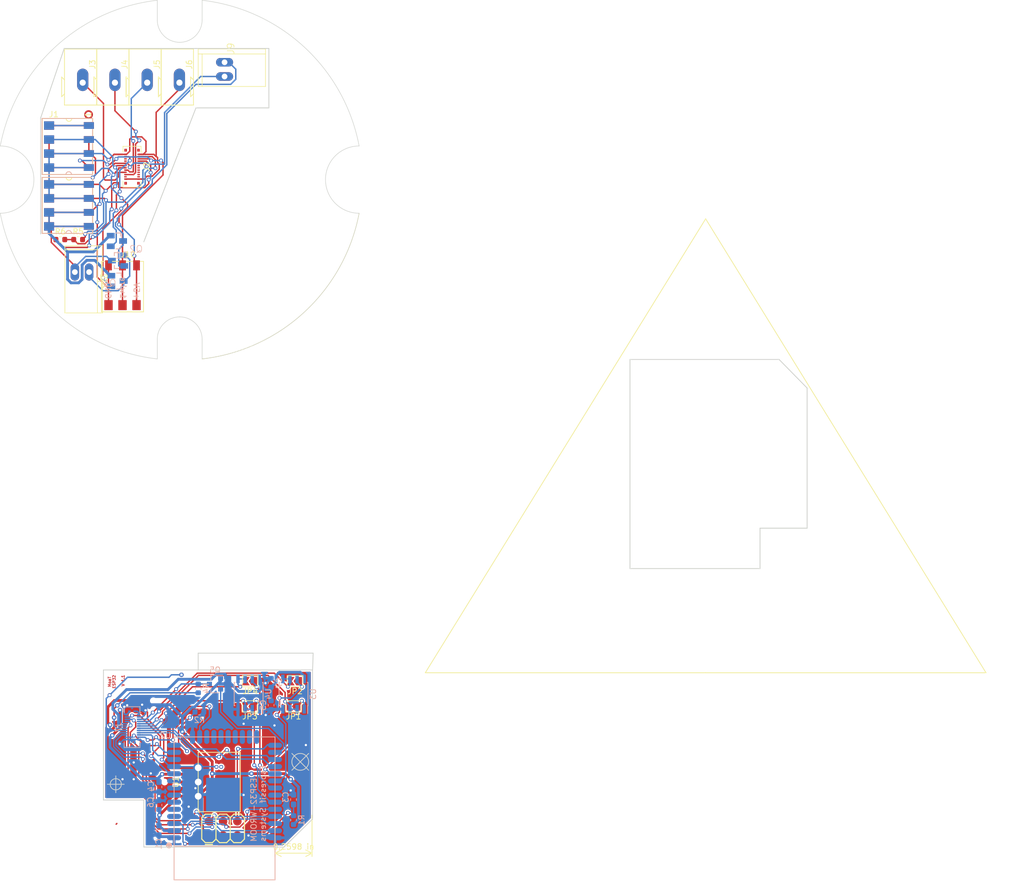
<source format=kicad_pcb>
(kicad_pcb (version 20171130) (host pcbnew 5.1.2+dfsg1-1)
  (layers (0 F.Cu signal) (31 B.Cu signal) (34 B.Paste user) (35 F.Paste user) (36 B.SilkS user) (37 F.SilkS user) (38 B.Mask user) (39 F.Mask user) (44 Edge.Cuts user))
  (net 0 "")
  (net 1 "Net-(J1-Pad4)")
  (net 2 "Net-(J1-Pad3)")
  (net 3 "Net-(J1-Pad2)")
  (net 4 "Net-(J1-Pad1)")
  (net 5 "Net-(J1-Pad7)")
  (net 6 "Net-(J1-Pad10)")
  (net 7 "Net-(J1-Pad11)")
  (net 8 "Net-(J1-Pad9)")
  (net 9 +24V)
  (net 10 GNDPWR)
  (net 11 GND)
  (net 12 +12V)
  (net 13 "Net-(Prog1-Pad6)")
  (net 14 "Net-(Prog1-Pad3)")
  (net 15 +3V3)
  (net 16 /T2)
  (net 17 /T1)
  (net 18 /SCL)
  (net 19 /SDA)
  (net 20 /S2)
  (net 21 /S1)
  (net 22 /EN)
  (net 23 "Net-(J2-Pad20)")
  (net 24 /SDA_IN)
  (net 25 /SCL_IN)
  (net 26 "Net-(J2-Pad18)")
  (net 27 "Net-(J2-Pad16)")
  (net 28 /RXD2)
  (net 29 /TXD2)
  (net 30 /1wire)
  (net 31 /T3)
  (net 32 /SW2)
  (net 33 /SW1)
  (net 34 +5V)
  (net 35 "Net-(Q5-Pad2)")
  (net 36 "Net-(D1-Pad3)")
  (net 37 /BUS4_IN)
  (net 38 /BUS3_IN)
  (net 39 /SDAx)
  (net 40 /SCLx)
  (net 41 /Rx)
  (net 42 /Tx)
  (net 43 /BUS3)
  (net 44 /BUS4)
  (net 45 "Net-(D1-Pad2)")
  (net 46 "Net-(D1-Pad1)")
  (net 47 "Net-(R2-Pad1)")
  (net 48 "Net-(J2-Pad22)")
  (net 49 "Net-(J2-Pad21)")
  (net 50 "Net-(J2-Pad19)")
  (net 51 "Net-(J2-Pad17)")
  (net 52 "Net-(J2-Pad15)")
  (net 53 "Net-(J2-Pad13)")
  (net 54 "Net-(J2-Pad11)")
  (net 55 "Net-(J2-Pad8)")
  (net 56 "Net-(J2-Pad6)")
  (net 57 "Net-(U2-PadNC)")
  (net 58 "Net-(U2-Pad22)")
  (net 59 "Net-(U2-Pad21)")
  (net 60 "Net-(U2-Pad33)")
  (net 61 "Net-(U2-Pad32)")
  (net 62 "Net-(U2-Pad31)")
  (net 63 "Net-(U2-Pad30)")
  (net 64 "Net-(U2-Pad29)")
  (net 65 "Net-(U2-Pad28)")
  (net 66 "Net-(U2-Pad13)")
  (net 67 "Net-(U2-Pad12)")
  (net 68 "Net-(U2-Pad11)")
  (net 69 "Net-(U2-Pad10)")
  (net 70 "Net-(U2-Pad8)")
  (net 71 "Net-(U2-Pad5)")
  (module localstuff:VXO078 (layer F.Cu) (at 54.5 156.7 270)
    (fp_text reference U1 (at 0 4 90) (layer F.SilkS))
    (fp_text value VXO78)
    (pad 1 thru_hole circle (at 2.54 0 270) (size 1.8 1.8) (drill 1.2) (layers *.Cu *.Mask) (net 9 +24V))
    (pad 3 thru_hole circle (at -2.54 0 270) (size 1.8 1.8) (drill 1.2) (layers *.Cu *.Mask) (net 15 +3V3))
    (pad 2 thru_hole circle (at 0 0 270) (size 1.8 1.8) (drill 1.2) (layers *.Cu *.Mask) (net 11 GND))
  )
  (module localstuff:Molex_SlimStack_503776-24 (layer B.Cu) (at 42.7 146.9 270)
    (fp_text reference J7 (at 0 2.4 90) (layer B.SilkS) (effects (justify mirror)))
    (fp_text value Moat_Bus_device)
    (pad 2 smd rect (at -2.2 1.025 270) (size 0.24 0.35) (layers B.Cu B.Paste B.Mask) (net 11 GND))
    (pad 4 smd rect (at -1.8 1.025 270) (size 0.24 0.35) (layers B.Cu B.Paste B.Mask) (net 32 /SW2))
    (pad 6 smd rect (at -1.4 1.025 270) (size 0.24 0.35) (layers B.Cu B.Paste B.Mask) (net 42 /Tx))
    (pad 8 smd rect (at -1 1.025 270) (size 0.24 0.35) (layers B.Cu B.Paste B.Mask) (net 41 /Rx))
    (pad 10 smd rect (at -0.6 1.025 270) (size 0.24 0.35) (layers B.Cu B.Paste B.Mask) (net 9 +24V))
    (pad 12 smd rect (at -0.2 1.025 270) (size 0.24 0.35) (layers B.Cu B.Paste B.Mask) (net 12 +12V))
    (pad 14 smd rect (at 0.2 1.025 270) (size 0.24 0.35) (layers B.Cu B.Paste B.Mask) (net 34 +5V))
    (pad 16 smd rect (at 0.6 1.025 270) (size 0.24 0.35) (layers B.Cu B.Paste B.Mask) (net 15 +3V3))
    (pad 18 smd rect (at 1 1.025 270) (size 0.24 0.35) (layers B.Cu B.Paste B.Mask) (net 40 /SCLx))
    (pad 20 smd rect (at 1.4 1.025 270) (size 0.24 0.35) (layers B.Cu B.Paste B.Mask) (net 39 /SDAx))
    (pad 22 smd rect (at 1.8 1.025 270) (size 0.24 0.35) (layers B.Cu B.Paste B.Mask) (net 16 /T2))
    (pad 24 smd rect (at 2.2 1.025 270) (size 0.24 0.35) (layers B.Cu B.Paste B.Mask) (net 11 GND))
    (pad 1 smd rect (at -2.2 -1.025 270) (size 0.24 0.35) (layers B.Cu B.Paste B.Mask) (net 11 GND))
    (pad 3 smd rect (at -1.8 -1.025 270) (size 0.24 0.35) (layers B.Cu B.Paste B.Mask) (net 33 /SW1))
    (pad 5 smd rect (at -1.4 -1.025 270) (size 0.24 0.35) (layers B.Cu B.Paste B.Mask) (net 30 /1wire))
    (pad 7 smd rect (at -1 -1.025 270) (size 0.24 0.35) (layers B.Cu B.Paste B.Mask) (net 25 /SCL_IN))
    (pad 9 smd rect (at -0.6 -1.025 270) (size 0.24 0.35) (layers B.Cu B.Paste B.Mask) (net 24 /SDA_IN))
    (pad 11 smd rect (at -0.2 -1.025 270) (size 0.24 0.35) (layers B.Cu B.Paste B.Mask) (net 38 /BUS3_IN))
    (pad 13 smd rect (at 0.2 -1.025 270) (size 0.24 0.35) (layers B.Cu B.Paste B.Mask) (net 37 /BUS4_IN))
    (pad 15 smd rect (at 0.6 -1.025 270) (size 0.24 0.35) (layers B.Cu B.Paste B.Mask) (net 29 /TXD2))
    (pad 17 smd rect (at 1 -1.025 270) (size 0.24 0.35) (layers B.Cu B.Paste B.Mask) (net 28 /RXD2))
    (pad 19 smd rect (at 1.4 -1.025 270) (size 0.24 0.35) (layers B.Cu B.Paste B.Mask) (net 31 /T3))
    (pad 21 smd rect (at 1.8 -1.025 270) (size 0.24 0.35) (layers B.Cu B.Paste B.Mask) (net 17 /T1))
    (pad 23 smd rect (at 2.2 -1.025 270) (size 0.24 0.35) (layers B.Cu B.Paste B.Mask) (net 11 GND))
    (pad MP smd rect (at 2.83 -0.48 270) (size 0.3 0.42) (layers B.Cu B.Paste B.Mask) (net 11 GND))
    (pad MP smd rect (at 2.83 0.48 270) (size 0.3 0.42) (layers B.Cu B.Paste B.Mask) (net 11 GND))
    (pad MP smd rect (at -2.83 0.48 270) (size 0.3 0.42) (layers B.Cu B.Paste B.Mask) (net 11 GND))
    (pad MP smd rect (at -2.83 -0.48 270) (size 0.3 0.42) (layers B.Cu B.Paste B.Mask) (net 11 GND))
  )
  (module localstuff:Molex_SlimStack_503772-24 (layer F.Cu) (at 42.7 46.9 270)
    (fp_text reference J2 (at 0 -2.6 90) (layer F.SilkS))
    (fp_text value Moat_Bus_wire)
    (pad 1 smd rect (at -2.2 -1.175 270) (size 0.24 0.45) (layers F.Cu F.Paste F.Mask) (net 6 "Net-(J1-Pad10)"))
    (pad 3 smd rect (at -1.8 -1.175 270) (size 0.24 0.45) (layers F.Cu F.Paste F.Mask) (net 21 /S1))
    (pad 5 smd rect (at -1.4 -1.175 270) (size 0.24 0.45) (layers F.Cu F.Paste F.Mask) (net 5 "Net-(J1-Pad7)"))
    (pad 7 smd rect (at -1 -1.175 270) (size 0.24 0.45) (layers F.Cu F.Paste F.Mask) (net 8 "Net-(J1-Pad9)"))
    (pad 9 smd rect (at -0.6 -1.175 270) (size 0.24 0.45) (layers F.Cu F.Paste F.Mask) (net 7 "Net-(J1-Pad11)"))
    (pad 11 smd rect (at -0.2 -1.175 270) (size 0.24 0.45) (layers F.Cu F.Paste F.Mask) (net 54 "Net-(J2-Pad11)"))
    (pad 13 smd rect (at 0.2 -1.175 270) (size 0.24 0.45) (layers F.Cu F.Paste F.Mask) (net 53 "Net-(J2-Pad13)"))
    (pad 15 smd rect (at 0.6 -1.175 270) (size 0.24 0.45) (layers F.Cu F.Paste F.Mask) (net 52 "Net-(J2-Pad15)"))
    (pad 17 smd rect (at 1 -1.175 270) (size 0.24 0.45) (layers F.Cu F.Paste F.Mask) (net 51 "Net-(J2-Pad17)"))
    (pad 19 smd rect (at 1.4 -1.175 270) (size 0.24 0.45) (layers F.Cu F.Paste F.Mask) (net 50 "Net-(J2-Pad19)"))
    (pad 21 smd rect (at 1.8 -1.175 270) (size 0.24 0.45) (layers F.Cu F.Paste F.Mask) (net 49 "Net-(J2-Pad21)"))
    (pad 23 smd rect (at 2.2 -1.175 270) (size 0.24 0.45) (layers F.Cu F.Paste F.Mask) (net 6 "Net-(J1-Pad10)"))
    (pad 2 smd rect (at -2.2 1.175 270) (size 0.24 0.45) (layers F.Cu F.Paste F.Mask) (net 6 "Net-(J1-Pad10)"))
    (pad 4 smd rect (at -1.8 1.175 270) (size 0.24 0.45) (layers F.Cu F.Paste F.Mask) (net 20 /S2))
    (pad 6 smd rect (at -1.4 1.175 270) (size 0.24 0.45) (layers F.Cu F.Paste F.Mask) (net 56 "Net-(J2-Pad6)"))
    (pad 8 smd rect (at -1 1.175 270) (size 0.24 0.45) (layers F.Cu F.Paste F.Mask) (net 55 "Net-(J2-Pad8)"))
    (pad 10 smd rect (at -0.6 1.175 270) (size 0.24 0.45) (layers F.Cu F.Paste F.Mask) (net 36 "Net-(D1-Pad3)"))
    (pad 12 smd rect (at -0.2 1.175 270) (size 0.24 0.45) (layers F.Cu F.Paste F.Mask) (net 1 "Net-(J1-Pad4)"))
    (pad 14 smd rect (at 0.2 1.175 270) (size 0.24 0.45) (layers F.Cu F.Paste F.Mask) (net 2 "Net-(J1-Pad3)"))
    (pad 16 smd rect (at 0.6 1.175 270) (size 0.24 0.45) (layers F.Cu F.Paste F.Mask) (net 27 "Net-(J2-Pad16)"))
    (pad 18 smd rect (at 1 1.175 270) (size 0.24 0.45) (layers F.Cu F.Paste F.Mask) (net 26 "Net-(J2-Pad18)"))
    (pad 20 smd rect (at 1.4 1.175 270) (size 0.24 0.45) (layers F.Cu F.Paste F.Mask) (net 23 "Net-(J2-Pad20)"))
    (pad 22 smd rect (at 1.8 1.175 270) (size 0.24 0.45) (layers F.Cu F.Paste F.Mask) (net 48 "Net-(J2-Pad22)"))
    (pad 24 smd rect (at 2.2 1.175 270) (size 0.24 0.45) (layers F.Cu F.Paste F.Mask) (net 6 "Net-(J1-Pad10)"))
    (pad MP smd rect (at 2.95 1.145 270) (size 0.5 0.47) (layers F.Cu F.Paste F.Mask))
    (pad MP smd rect (at 2.95 -1.145 270) (size 0.5 0.47) (layers F.Cu F.Paste F.Mask))
    (pad MP smd rect (at -2.95 -1.145 270) (size 0.5 0.47) (layers F.Cu F.Paste F.Mask))
    (pad MP smd rect (at -2.95 1.145 270) (size 0.5 0.47) (layers F.Cu F.Paste F.Mask))
  )
  (module localstuff:UNTERPUTZDOSE (layer F.Cu) (at 51.2 49.2)
    (fp_text reference U$1 hide)
    (fp_text value Val** hide)
    (fp_line (start -4 32) (end -4 28.5) (layer Edge.Cuts) (width 0.1))
    (fp_arc (start 0 28.5) (end -4 28.5) (angle 90) (layer Edge.Cuts) (width 0.1))
    (fp_arc (start 0 28.5) (end 0 24.5) (angle 90) (layer Edge.Cuts) (width 0.1))
    (fp_line (start 4 28.5) (end 4 32) (layer Edge.Cuts) (width 0.1))
    (fp_line (start -4 -32) (end -4 -28.5) (layer Edge.Cuts) (width 0.1))
    (fp_arc (start 0 -28.5) (end -4 -28.5) (angle -90) (layer Edge.Cuts) (width 0.1))
    (fp_arc (start 0 -28.5) (end 0 -24.5) (angle -90) (layer Edge.Cuts) (width 0.1))
    (fp_line (start 4 -28.5) (end 4 -32) (layer Edge.Cuts) (width 0.1))
    (fp_arc (start 0.357142 0) (end 32 -6) (angle -72.768704) (layer Edge.Cuts) (width 0.1))
    (fp_arc (start -0.357142 0) (end -32 -6) (angle 72.768704) (layer Edge.Cuts) (width 0.1))
    (fp_arc (start 0.357142 0) (end 32 6) (angle 72.768704) (layer Edge.Cuts) (width 0.1))
    (fp_arc (start -0.357142 0) (end -32 6) (angle -72.768704) (layer Edge.Cuts) (width 0.1))
    (fp_arc (start 32 0) (end 32 -6) (angle -180) (layer Edge.Cuts) (width 0.1))
    (fp_arc (start -32 0) (end -32 6) (angle -180) (layer Edge.Cuts) (width 0.1))
  )
  (module localstuff:AVX_9276_3Pin (layer F.Cu) (at 41 68.05)
    (fp_text reference J10 (at 1 -5.5) (layer F.SilkS))
    (fp_text value 1wireConn)
    (pad 3 smd rect (at 2.5 3.55) (size 1.5 1.8) (layers F.Cu F.Paste F.Mask) (net 2 "Net-(J1-Pad3)"))
    (pad 2 smd rect (at 0 3.55) (size 1.5 1.8) (layers F.Cu F.Paste F.Mask) (net 5 "Net-(J1-Pad7)"))
    (pad 1 smd rect (at -2.5 3.55) (size 1.5 1.8) (layers F.Cu F.Paste F.Mask) (net 6 "Net-(J1-Pad10)"))
    (pad 1 smd rect (at -2.5 -3.55) (size 1.2 1.8) (layers F.Cu F.Paste F.Mask) (net 6 "Net-(J1-Pad10)"))
    (pad 2 smd rect (at 0 -3.55) (size 1.2 1.8) (layers F.Cu F.Paste F.Mask) (net 5 "Net-(J1-Pad7)"))
    (pad 3 smd rect (at 2.5 -3.55) (size 1.2 1.8) (layers F.Cu F.Paste F.Mask) (net 2 "Net-(J1-Pad3)"))
  )
  (module Resistor_SMD:R_0603_1608Metric (layer B.Cu) (at 54.7125 144.2)
    (fp_text reference R2 (at 0 1.43) (layer B.SilkS) (effects (justify mirror)))
    (fp_text value 10k)
    (pad 2 smd roundrect (at 0.7875 0) (size 0.875 0.95) (layers B.Cu B.Paste B.Mask) (net 11 GND))
    (pad 1 smd roundrect (at -0.7875 0) (size 0.875 0.95) (layers B.Cu B.Paste B.Mask) (net 47 "Net-(R2-Pad1)"))
  )
  (module Resistor_SMD:R_0603_1608Metric (layer B.Cu) (at 54.5 139.9875 90)
    (fp_text reference R4 (at 0 1.43 270) (layer B.SilkS) (effects (justify mirror)))
    (fp_text value 10k)
    (pad 2 smd roundrect (at 0.7875 0 90) (size 0.875 0.95) (layers B.Cu B.Paste B.Mask) (net 30 /1wire))
    (pad 1 smd roundrect (at -0.7875 0 90) (size 0.875 0.95) (layers B.Cu B.Paste B.Mask) (net 34 +5V))
  )
  (module localstuff:ESP32-WROOM (layer B.Cu) (at 60.2 157.4)
    (fp_text reference U2 (at -11.557 -9.017) (layer B.SilkS) (effects (justify mirror)))
    (fp_text value ESP-32S)
    (fp_text user "Espressif Systems" (at 5.858 3.111 90) (layer B.SilkS) (effects (justify mirror)))
    (fp_text user ESP32-WROOM (at 4.207 4.254 90) (layer B.SilkS) (effects (justify mirror)))
    (pad G3 smd oval (at 8 9.25 180) (size 2.5 0.9) (layers B.Cu B.Paste B.Mask) (net 11 GND))
    (pad 36 smd oval (at 8 7.98 180) (size 2.5 0.9) (layers B.Cu B.Paste B.Mask) (net 40 /SCLx))
    (pad 39 smd oval (at 8 6.71 180) (size 2.5 0.9) (layers B.Cu B.Paste B.Mask) (net 39 /SDAx))
    (pad 41 smd oval (at 8 5.44 180) (size 2.5 0.9) (layers B.Cu B.Paste B.Mask) (net 41 /Rx))
    (pad 40 smd oval (at 8 4.17 180) (size 2.5 0.9) (layers B.Cu B.Paste B.Mask) (net 42 /Tx))
    (pad 42 smd oval (at 8 2.9 180) (size 2.5 0.9) (layers B.Cu B.Paste B.Mask) (net 43 /BUS3))
    (pad NC smd oval (at 8 1.63 180) (size 2.5 0.9) (layers B.Cu B.Paste B.Mask) (net 57 "Net-(U2-PadNC)"))
    (pad 38 smd oval (at 8 0.36 180) (size 2.5 0.9) (layers B.Cu B.Paste B.Mask) (net 44 /BUS4))
    (pad 35 smd oval (at 8 -0.91 180) (size 2.5 0.9) (layers B.Cu B.Paste B.Mask) (net 18 /SCL))
    (pad 34 smd oval (at 8 -2.18 180) (size 2.5 0.9) (layers B.Cu B.Paste B.Mask) (net 19 /SDA))
    (pad 27 smd oval (at 8 -3.45 180) (size 2.5 0.9) (layers B.Cu B.Paste B.Mask) (net 29 /TXD2))
    (pad 25 smd oval (at 8 -4.72 180) (size 2.5 0.9) (layers B.Cu B.Paste B.Mask) (net 28 /RXD2))
    (pad 24 smd oval (at 8 -5.99 180) (size 2.5 0.9) (layers B.Cu B.Paste B.Mask) (net 35 "Net-(Q5-Pad2)"))
    (pad 23 smd oval (at 8 -7.26 180) (size 2.5 0.9) (layers B.Cu B.Paste B.Mask) (net 13 "Net-(Prog1-Pad6)"))
    (pad 22 smd oval (at 4.715 -8.75 180) (size 0.9 2.5) (layers B.Cu B.Paste B.Mask) (net 58 "Net-(U2-Pad22)"))
    (pad 21 smd oval (at 3.445 -8.75 180) (size 0.9 2.5) (layers B.Cu B.Paste B.Mask) (net 59 "Net-(U2-Pad21)"))
    (pad 33 smd oval (at 2.175 -8.75 180) (size 0.9 2.5) (layers B.Cu B.Paste B.Mask) (net 60 "Net-(U2-Pad33)"))
    (pad 32 smd oval (at 0.905 -8.75 180) (size 0.9 2.5) (layers B.Cu B.Paste B.Mask) (net 61 "Net-(U2-Pad32)"))
    (pad 31 smd oval (at -0.365 -8.75 180) (size 0.9 2.5) (layers B.Cu B.Paste B.Mask) (net 62 "Net-(U2-Pad31)"))
    (pad 30 smd oval (at -1.635 -8.75 180) (size 0.9 2.5) (layers B.Cu B.Paste B.Mask) (net 63 "Net-(U2-Pad30)"))
    (pad 29 smd oval (at -2.905 -8.75 180) (size 0.9 2.5) (layers B.Cu B.Paste B.Mask) (net 64 "Net-(U2-Pad29)"))
    (pad 28 smd oval (at -4.175 -8.75 180) (size 0.9 2.5) (layers B.Cu B.Paste B.Mask) (net 65 "Net-(U2-Pad28)"))
    (pad 20 smd oval (at -5.445 -8.75 180) (size 0.9 2.5) (layers B.Cu B.Paste B.Mask) (net 17 /T1))
    (pad G2 smd oval (at -6.715 -8.75 180) (size 0.9 2.5) (layers B.Cu B.Paste B.Mask) (net 11 GND))
    (pad 18 smd oval (at -10 -7.26 180) (size 2.5 0.9) (layers B.Cu B.Paste B.Mask) (net 47 "Net-(R2-Pad1)"))
    (pad 17 smd oval (at -10 -5.99 180) (size 2.5 0.9) (layers B.Cu B.Paste B.Mask) (net 16 /T2))
    (pad 16 smd oval (at -10 -4.72 180) (size 2.5 0.9) (layers B.Cu B.Paste B.Mask) (net 31 /T3))
    (pad 15 smd oval (at -10 -3.45 180) (size 2.5 0.9) (layers B.Cu B.Paste B.Mask) (net 33 /SW1))
    (pad 14 smd oval (at -10 -2.18 180) (size 2.5 0.9) (layers B.Cu B.Paste B.Mask) (net 32 /SW2))
    (pad 13 smd oval (at -10 -0.91 180) (size 2.5 0.9) (layers B.Cu B.Paste B.Mask) (net 66 "Net-(U2-Pad13)"))
    (pad 12 smd oval (at -10 0.36 180) (size 2.5 0.9) (layers B.Cu B.Paste B.Mask) (net 67 "Net-(U2-Pad12)"))
    (pad 11 smd oval (at -10 1.63 180) (size 2.5 0.9) (layers B.Cu B.Paste B.Mask) (net 68 "Net-(U2-Pad11)"))
    (pad 10 smd oval (at -10 2.9 180) (size 2.5 0.9) (layers B.Cu B.Paste B.Mask) (net 69 "Net-(U2-Pad10)"))
    (pad 8 smd oval (at -10 4.17 180) (size 2.5 0.9) (layers B.Cu B.Paste B.Mask) (net 70 "Net-(U2-Pad8)"))
    (pad 5 smd oval (at -10 5.44 180) (size 2.5 0.9) (layers B.Cu B.Paste B.Mask) (net 71 "Net-(U2-Pad5)"))
    (pad 9 smd oval (at -10 6.71 180) (size 2.5 0.9) (layers B.Cu B.Paste B.Mask) (net 22 /EN))
    (pad U1 smd oval (at -10 7.98 180) (size 2.5 0.9) (layers B.Cu B.Paste B.Mask) (net 15 +3V3))
    (pad G1 smd oval (at -10 9.25 180) (size 2.5 0.9) (layers B.Cu B.Paste B.Mask) (net 11 GND))
    (pad G4 smd rect (at -1.3 1.55 180) (size 6 6) (layers B.Cu B.Paste B.Mask) (net 11 GND))
  )
  (module Package_SO:SOIC-8_3.9x4.9mm_P1.27mm (layer B.Cu) (at 63.5 141 90)
    (fp_text reference U4 (at 0 3.5 90) (layer B.SilkS) (effects (justify mirror)))
    (fp_text value P82B96)
    (pad 8 smd rect (at 2.7 1.905 90) (size 1.55 0.6) (layers B.Cu B.Paste B.Mask) (net 12 +12V))
    (pad 7 smd rect (at 2.7 0.635 90) (size 1.55 0.6) (layers B.Cu B.Paste B.Mask) (net 44 /BUS4))
    (pad 6 smd rect (at 2.7 -0.635 90) (size 1.55 0.6) (layers B.Cu B.Paste B.Mask) (net 37 /BUS4_IN))
    (pad 5 smd rect (at 2.7 -1.905 90) (size 1.55 0.6) (layers B.Cu B.Paste B.Mask) (net 37 /BUS4_IN))
    (pad 4 smd rect (at -2.7 -1.905 90) (size 1.55 0.6) (layers B.Cu B.Paste B.Mask) (net 11 GND))
    (pad 3 smd rect (at -2.7 -0.635 90) (size 1.55 0.6) (layers B.Cu B.Paste B.Mask) (net 38 /BUS3_IN))
    (pad 2 smd rect (at -2.7 0.635 90) (size 1.55 0.6) (layers B.Cu B.Paste B.Mask) (net 38 /BUS3_IN))
    (pad 1 smd rect (at -2.7 1.905 90) (size 1.55 0.6) (layers B.Cu B.Paste B.Mask) (net 43 /BUS3))
  )
  (module Jumper:SolderJumper-2_P1.3mm_Open_TrianglePad1.0x1.5mm (layer F.Cu) (at 63.775 138.7 180)
    (fp_text reference JP4 (at 0 -1.8) (layer F.SilkS))
    (fp_text value Jumper_NC)
    (pad 1 smd custom (at -0.725 0 180) (size 0.3 0.3) (layers F.Cu F.Mask) (net 44 /BUS4) (options (clearance outline) (anchor rect)) (primitives (gr_poly (pts (xy -0.5 -0.75) (xy 0.5 -0.75) (xy 1 0) (xy 0.5 0.75) (xy -0.5 0.75)) (width 0))))
    (pad 2 smd custom (at 0.725 0 180) (size 0.3 0.3) (layers F.Cu F.Mask) (net 37 /BUS4_IN) (options (clearance outline) (anchor rect)) (primitives (gr_poly (pts (xy -0.65 -0.75) (xy 0.5 -0.75) (xy 0.5 0.75) (xy -0.65 0.75) (xy -0.15 0)) (width 0))))
  )
  (module Jumper:SolderJumper-2_P1.3mm_Open_TrianglePad1.0x1.5mm (layer F.Cu) (at 63.725 143.2 180)
    (fp_text reference JP3 (at 0 -1.8) (layer F.SilkS))
    (fp_text value Jumper_NC)
    (pad 1 smd custom (at -0.725 0 180) (size 0.3 0.3) (layers F.Cu F.Mask) (net 43 /BUS3) (options (clearance outline) (anchor rect)) (primitives (gr_poly (pts (xy -0.5 -0.75) (xy 0.5 -0.75) (xy 1 0) (xy 0.5 0.75) (xy -0.5 0.75)) (width 0))))
    (pad 2 smd custom (at 0.725 0 180) (size 0.3 0.3) (layers F.Cu F.Mask) (net 38 /BUS3_IN) (options (clearance outline) (anchor rect)) (primitives (gr_poly (pts (xy -0.65 -0.75) (xy 0.5 -0.75) (xy 0.5 0.75) (xy -0.65 0.75) (xy -0.15 0)) (width 0))))
  )
  (module Capacitor_SMD:C_0603_1608Metric (layer B.Cu) (at 67.5 138.9875 90)
    (fp_text reference C7 (at 0 1.43 90) (layer B.SilkS) (effects (justify mirror)))
    (fp_text value 100n)
    (pad 2 smd roundrect (at 0.7875 0 90) (size 0.875 0.95) (layers B.Cu B.Paste B.Mask) (net 11 GND))
    (pad 1 smd roundrect (at -0.7875 0 90) (size 0.875 0.95) (layers B.Cu B.Paste B.Mask) (net 12 +12V))
  )
  (module Package_SO:SOIC-8_3.9x4.9mm_P1.27mm (layer B.Cu) (at 71.5 141 90)
    (fp_text reference U3 (at 0 3.5 270) (layer B.SilkS) (effects (justify mirror)))
    (fp_text value P82B96)
    (pad 8 smd rect (at 2.7 1.905 90) (size 1.55 0.6) (layers B.Cu B.Paste B.Mask) (net 12 +12V))
    (pad 7 smd rect (at 2.7 0.635 90) (size 1.55 0.6) (layers B.Cu B.Paste B.Mask) (net 18 /SCL))
    (pad 6 smd rect (at 2.7 -0.635 90) (size 1.55 0.6) (layers B.Cu B.Paste B.Mask) (net 25 /SCL_IN))
    (pad 5 smd rect (at 2.7 -1.905 90) (size 1.55 0.6) (layers B.Cu B.Paste B.Mask) (net 25 /SCL_IN))
    (pad 4 smd rect (at -2.7 -1.905 90) (size 1.55 0.6) (layers B.Cu B.Paste B.Mask) (net 11 GND))
    (pad 3 smd rect (at -2.7 -0.635 90) (size 1.55 0.6) (layers B.Cu B.Paste B.Mask) (net 24 /SDA_IN))
    (pad 2 smd rect (at -2.7 0.635 90) (size 1.55 0.6) (layers B.Cu B.Paste B.Mask) (net 24 /SDA_IN))
    (pad 1 smd rect (at -2.7 1.905 90) (size 1.55 0.6) (layers B.Cu B.Paste B.Mask) (net 19 /SDA))
  )
  (module Resistor_SMD:R_0603_1608Metric (layer F.Cu) (at 33.0875 59.9)
    (fp_text reference R5 (at 0 -1.43) (layer F.SilkS))
    (fp_text value 470)
    (pad 2 smd roundrect (at 0.7875 0) (size 0.875 0.95) (layers F.Cu F.Paste F.Mask) (net 8 "Net-(J1-Pad9)"))
    (pad 1 smd roundrect (at -0.7875 0) (size 0.875 0.95) (layers F.Cu F.Paste F.Mask) (net 1 "Net-(J1-Pad4)"))
  )
  (module Resistor_SMD:R_0603_1608Metric (layer F.Cu) (at 29.9125 59.9)
    (fp_text reference R6 (at 0 -1.43) (layer F.SilkS))
    (fp_text value 470)
    (pad 2 smd roundrect (at 0.7875 0) (size 0.875 0.95) (layers F.Cu F.Paste F.Mask) (net 1 "Net-(J1-Pad4)"))
    (pad 1 smd roundrect (at -0.7875 0) (size 0.875 0.95) (layers F.Cu F.Paste F.Mask) (net 7 "Net-(J1-Pad11)"))
  )
  (module Capacitor_SMD:C_0603_1608Metric_Pad1.05x0.95mm_HandSolder (layer B.Cu) (at 47.5 165.325 270)
    (fp_text reference C1 (at 2.425 0.05 90) (layer B.SilkS) (effects (justify mirror)))
    (fp_text value 100nF hide)
    (pad 2 smd roundrect (at 0.875 0 270) (size 1.05 0.95) (layers B.Cu B.Paste B.Mask) (net 11 GND))
    (pad 1 smd roundrect (at -0.875 0 270) (size 1.05 0.95) (layers B.Cu B.Paste B.Mask) (net 15 +3V3))
  )
  (module localstuff:SOT23 (layer B.Cu) (at 40.1 67.3 90)
    (fp_text reference Q1 (at -1.05 -0.15) (layer B.SilkS) (effects (font (size 1.2065 1.2065) (thickness 0.09652)) (justify left bottom mirror)))
    (fp_text value 2N7002 hide)
    (pad 1 smd rect (at -0.95 -1.1 90) (size 1 1.4) (layers B.Cu B.Paste B.Mask) (net 21 /S1))
    (pad 2 smd rect (at 0.95 -1.1 90) (size 1 1.4) (layers B.Cu B.Paste B.Mask) (net 10 GNDPWR))
    (pad 3 smd rect (at 0 1.1 90) (size 1 1.4) (layers B.Cu B.Paste B.Mask) (net 46 "Net-(D1-Pad1)"))
  )
  (module Capacitor_SMD:C_0603_1608Metric (layer B.Cu) (at 47.5 160.8125 90)
    (fp_text reference C6 (at 0.5 -1.5 90) (layer B.SilkS) (effects (justify mirror)))
    (fp_text value 22µF)
    (pad 2 smd roundrect (at 0.7875 0 90) (size 0.875 0.95) (layers B.Cu B.Paste B.Mask) (net 11 GND))
    (pad 1 smd roundrect (at -0.7875 0 90) (size 0.875 0.95) (layers B.Cu B.Paste B.Mask) (net 15 +3V3))
  )
  (module Package_TO_SOT_SMD:SOT-23 (layer B.Cu) (at 57.5 139.2 180)
    (fp_text reference Q5 (at 0 2.5 180) (layer B.SilkS) (effects (justify mirror)))
    (fp_text value 2N7002)
    (pad 3 smd rect (at 1 0 180) (size 0.9 0.8) (layers B.Cu B.Paste B.Mask) (net 30 /1wire))
    (pad 2 smd rect (at -1 -0.95 180) (size 0.9 0.8) (layers B.Cu B.Paste B.Mask) (net 35 "Net-(Q5-Pad2)"))
    (pad 1 smd rect (at -1 0.95 180) (size 0.9 0.8) (layers B.Cu B.Paste B.Mask) (net 15 +3V3))
  )
  (module localstuff:Moat_16_2side (layer F.Cu) (at 31.5 48.6 270)
    (fp_text reference J1 (at -11.05 2.75) (layer F.SilkS))
    (fp_text value Moat_Bus_16)
    (fp_circle (center -11 -3.45) (end -10.363604 -3.45) (layer F.Cu) (width 0.3))
    (fp_text user 1 (at -11 -3.4 270) (layer F.SilkS))
    (pad 2 smd rect (at -9.05 -3.5 90) (size 1.2 1.8) (layers B.Cu B.Paste B.Mask) (net 3 "Net-(J1-Pad2)"))
    (pad 4 smd rect (at -6.55 -3.5 90) (size 1.2 1.8) (layers B.Cu B.Paste B.Mask) (net 1 "Net-(J1-Pad4)"))
    (pad 6 smd rect (at -4.05 3.6 90) (size 1.5 1.8) (layers B.Cu B.Paste B.Mask) (net 6 "Net-(J1-Pad10)"))
    (pad 10 smd rect (at 1.45 3.6 90) (size 1.5 1.8) (layers B.Cu B.Paste B.Mask) (net 6 "Net-(J1-Pad10)"))
    (pad 16 smd rect (at 8.95 3.6 90) (size 1.5 1.8) (layers B.Cu B.Paste B.Mask) (net 10 GNDPWR))
    (pad 4 smd rect (at -6.55 3.6 90) (size 1.5 1.8) (layers B.Cu B.Paste B.Mask) (net 1 "Net-(J1-Pad4)"))
    (pad 10 smd rect (at 1.45 -3.5 90) (size 1.2 1.8) (layers B.Cu B.Paste B.Mask) (net 6 "Net-(J1-Pad10)"))
    (pad 12 smd rect (at 3.95 -3.5 90) (size 1.2 1.8) (layers B.Cu B.Paste B.Mask) (net 6 "Net-(J1-Pad10)"))
    (pad 14 smd rect (at 6.45 -3.5 90) (size 1.2 1.8) (layers B.Cu B.Paste B.Mask) (net 10 GNDPWR))
    (pad 16 smd rect (at 8.942067 -3.5 90) (size 1.2 1.8) (layers B.Cu B.Paste B.Mask) (net 10 GNDPWR))
    (pad 14 smd rect (at 6.45 3.6 90) (size 1.5 1.8) (layers B.Cu B.Paste B.Mask) (net 10 GNDPWR))
    (pad 12 smd rect (at 3.95 3.6 90) (size 1.5 1.8) (layers B.Cu B.Paste B.Mask) (net 6 "Net-(J1-Pad10)"))
    (pad 8 smd rect (at -1.55 3.6 90) (size 1.5 1.8) (layers B.Cu B.Paste B.Mask) (net 6 "Net-(J1-Pad10)"))
    (pad 8 smd rect (at -1.55 -3.5 90) (size 1.2 1.8) (layers B.Cu B.Paste B.Mask) (net 6 "Net-(J1-Pad10)"))
    (pad 2 smd rect (at -9.05 3.6 90) (size 1.5 1.8) (layers B.Cu B.Paste B.Mask) (net 3 "Net-(J1-Pad2)"))
    (pad 6 smd rect (at -4.05 -3.5 90) (size 1.2 1.8) (layers B.Cu B.Paste B.Mask) (net 6 "Net-(J1-Pad10)"))
    (pad 15 smd rect (at 8.95 3.6 270) (size 1.5 1.8) (layers F.Cu F.Paste F.Mask) (net 36 "Net-(D1-Pad3)"))
    (pad 9 smd rect (at 1.45 3.6 270) (size 1.5 1.8) (layers F.Cu F.Paste F.Mask) (net 8 "Net-(J1-Pad9)"))
    (pad 15 smd rect (at 8.95 -3.5 270) (size 1.2 1.8) (layers F.Cu F.Paste F.Mask) (net 36 "Net-(D1-Pad3)"))
    (pad 13 smd rect (at 6.45 -3.5 270) (size 1.2 1.8) (layers F.Cu F.Paste F.Mask) (net 36 "Net-(D1-Pad3)"))
    (pad 11 smd rect (at 3.95 -3.5 270) (size 1.2 1.8) (layers F.Cu F.Paste F.Mask) (net 7 "Net-(J1-Pad11)"))
    (pad 9 smd rect (at 1.45 -3.5 270) (size 1.2 1.8) (layers F.Cu F.Paste F.Mask) (net 8 "Net-(J1-Pad9)"))
    (pad 11 smd rect (at 3.95 3.6 270) (size 1.5 1.8) (layers F.Cu F.Paste F.Mask) (net 7 "Net-(J1-Pad11)"))
    (pad 13 smd rect (at 6.45 3.6 270) (size 1.5 1.8) (layers F.Cu F.Paste F.Mask) (net 36 "Net-(D1-Pad3)"))
    (pad 7 smd rect (at -1.55 3.6 270) (size 1.5 1.8) (layers F.Cu F.Paste F.Mask) (net 5 "Net-(J1-Pad7)"))
    (pad 5 smd rect (at -4.05 3.6 270) (size 1.5 1.8) (layers F.Cu F.Paste F.Mask) (net 2 "Net-(J1-Pad3)"))
    (pad 3 smd rect (at -6.55 3.6 270) (size 1.5 1.8) (layers F.Cu F.Paste F.Mask) (net 2 "Net-(J1-Pad3)"))
    (pad 1 smd rect (at -9.05 3.6 270) (size 1.5 1.8) (layers F.Cu F.Paste F.Mask) (net 4 "Net-(J1-Pad1)"))
    (pad 1 smd rect (at -9.05 -3.5 270) (size 1.2 1.8) (layers F.Cu F.Paste F.Mask) (net 4 "Net-(J1-Pad1)"))
    (pad 3 smd rect (at -6.55 -3.5 270) (size 1.2 1.8) (layers F.Cu F.Paste F.Mask) (net 2 "Net-(J1-Pad3)"))
    (pad 5 smd rect (at -4.05 -3.5 270) (size 1.2 1.8) (layers F.Cu F.Paste F.Mask) (net 2 "Net-(J1-Pad3)"))
    (pad 7 smd rect (at -1.55 -3.5 270) (size 1.2 1.8) (layers F.Cu F.Paste F.Mask) (net 5 "Net-(J1-Pad7)"))
  )
  (module localstuff:2X3_PAD (layer F.Cu) (at 58.94 164.97)
    (fp_text reference Prog1 hide)
    (fp_text value PogoPad hide)
    (pad 2 smd roundrect (at -2.54 -1.27 180) (size 1.524 1.524) (layers F.Cu F.Paste F.Mask) (roundrect_rratio 0.5) (net 41 /Rx))
    (pad 1 smd roundrect (at -2.54 1.27 180) (size 1.524 1.524) (layers F.Cu F.Paste F.Mask) (net 15 +3V3))
    (pad 3 smd roundrect (at 0 1.27 180) (size 1.524 1.524) (layers F.Cu F.Paste F.Mask) (roundrect_rratio 0.5) (net 22 /EN))
    (pad 4 smd roundrect (at 0 -1.27 180) (size 1.524 1.524) (layers F.Cu F.Paste F.Mask) (roundrect_rratio 0.5) (net 42 /Tx))
    (pad 5 smd roundrect (at 2.54 1.27 180) (size 1.524 1.524) (layers F.Cu F.Paste F.Mask) (roundrect_rratio 0.5) (net 11 GND))
    (pad 6 smd roundrect (at 2.54 -1.27 180) (size 1.524 1.524) (layers F.Cu F.Paste F.Mask) (roundrect_rratio 0.5) (net 13 "Net-(Prog1-Pad6)"))
  )
  (module Resistor_SMD:R_0603_1608Metric (layer B.Cu) (at 71.5 163.4875 90)
    (fp_text reference R1 (at 0 1.43 90) (layer B.SilkS) (effects (justify mirror)))
    (fp_text value 10k)
    (pad 2 smd roundrect (at 0.7875 0 90) (size 0.875 0.95) (layers B.Cu B.Paste B.Mask) (net 22 /EN))
    (pad 1 smd roundrect (at -0.7875 0 90) (size 0.875 0.95) (layers B.Cu B.Paste B.Mask) (net 15 +3V3))
  )
  (module Jumper:SolderJumper-2_P1.3mm_Open_TrianglePad1.0x1.5mm (layer F.Cu) (at 71.775 138.7 180)
    (fp_text reference JP2 (at 0 -1.8) (layer F.SilkS))
    (fp_text value Jumper_NC)
    (pad 1 smd custom (at -0.725 0 180) (size 0.3 0.3) (layers F.Cu F.Mask) (net 18 /SCL) (options (clearance outline) (anchor rect)) (primitives (gr_poly (pts (xy -0.5 -0.75) (xy 0.5 -0.75) (xy 1 0) (xy 0.5 0.75) (xy -0.5 0.75)) (width 0))))
    (pad 2 smd custom (at 0.725 0 180) (size 0.3 0.3) (layers F.Cu F.Mask) (net 25 /SCL_IN) (options (clearance outline) (anchor rect)) (primitives (gr_poly (pts (xy -0.65 -0.75) (xy 0.5 -0.75) (xy 0.5 0.75) (xy -0.65 0.75) (xy -0.15 0)) (width 0))))
  )
  (module Jumper:SolderJumper-2_P1.3mm_Open_TrianglePad1.0x1.5mm (layer F.Cu) (at 71.5 143.2 180)
    (fp_text reference JP1 (at 0 -1.8) (layer F.SilkS))
    (fp_text value Jumper_NC)
    (pad 1 smd custom (at -0.725 0 180) (size 0.3 0.3) (layers F.Cu F.Mask) (net 19 /SDA) (options (clearance outline) (anchor rect)) (primitives (gr_poly (pts (xy -0.5 -0.75) (xy 0.5 -0.75) (xy 1 0) (xy 0.5 0.75) (xy -0.5 0.75)) (width 0))))
    (pad 2 smd custom (at 0.725 0 180) (size 0.3 0.3) (layers F.Cu F.Mask) (net 24 /SDA_IN) (options (clearance outline) (anchor rect)) (primitives (gr_poly (pts (xy -0.65 -0.75) (xy 0.5 -0.75) (xy 0.5 0.75) (xy -0.65 0.75) (xy -0.15 0)) (width 0))))
  )
  (module Capacitor_SMD:C_0603_1608Metric (layer B.Cu) (at 67.5 142.9875 270)
    (fp_text reference C5 (at 0 1.43 90) (layer B.SilkS) (effects (justify mirror)))
    (fp_text value 100n)
    (pad 2 smd roundrect (at 0.7875 0 270) (size 0.875 0.95) (layers B.Cu B.Paste B.Mask) (net 11 GND))
    (pad 1 smd roundrect (at -0.7875 0 270) (size 0.875 0.95) (layers B.Cu B.Paste B.Mask) (net 12 +12V))
  )
  (module Capacitor_SMD:C_0603_1608Metric_Pad1.05x0.95mm_HandSolder (layer B.Cu) (at 71.5 159.825 90)
    (fp_text reference C3 (at 0.425 -1.4 270) (layer B.SilkS) (effects (justify mirror)))
    (fp_text value 100nF hide)
    (pad 2 smd roundrect (at 0.875 0 90) (size 1.05 0.95) (layers B.Cu B.Paste B.Mask) (net 11 GND))
    (pad 1 smd roundrect (at -0.875 0 90) (size 1.05 0.95) (layers B.Cu B.Paste B.Mask) (net 22 /EN))
  )
  (module Capacitor_SMD:C_0603_1608Metric_Pad1.05x0.95mm_HandSolder (layer B.Cu) (at 47.5 157.575 270)
    (fp_text reference C4 (at -0.1 1.43 270) (layer B.SilkS) (effects (justify mirror)))
    (fp_text value 10µF hide)
    (pad 1 smd roundrect (at -0.875 0 270) (size 1.05 0.95) (layers B.Cu B.Paste B.Mask) (net 9 +24V))
    (pad 2 smd roundrect (at 0.875 0 270) (size 1.05 0.95) (layers B.Cu B.Paste B.Mask) (net 11 GND))
  )
  (module localstuff:SOT23 (layer B.Cu) (at 40.2 63.65 270)
    (fp_text reference D1 (at -0.25 -1.8 180) (layer B.SilkS) (effects (font (size 1.2065 1.2065) (thickness 0.09652)) (justify left bottom mirror)))
    (fp_text value BAS40-05 hide)
    (pad 3 smd rect (at 0 1.1 270) (size 1 1.4) (layers B.Cu B.Paste B.Mask) (net 36 "Net-(D1-Pad3)"))
    (pad 2 smd rect (at 0.95 -1.1 270) (size 1 1.4) (layers B.Cu B.Paste B.Mask) (net 45 "Net-(D1-Pad2)"))
    (pad 1 smd rect (at -0.95 -1.1 270) (size 1 1.4) (layers B.Cu B.Paste B.Mask) (net 46 "Net-(D1-Pad1)"))
  )
  (module localstuff:SOT23 (layer B.Cu) (at 40 60.15 90)
    (fp_text reference Q2 (at -2.15 2.15 180) (layer B.SilkS) (effects (font (size 1.2065 1.2065) (thickness 0.09652)) (justify right bottom mirror)))
    (fp_text value 2N7002 hide)
    (pad 3 smd rect (at 0 1.1 90) (size 1 1.4) (layers B.Cu B.Paste B.Mask) (net 45 "Net-(D1-Pad2)"))
    (pad 2 smd rect (at 0.95 -1.1 90) (size 1 1.4) (layers B.Cu B.Paste B.Mask) (net 10 GNDPWR))
    (pad 1 smd rect (at -0.95 -1.1 90) (size 1 1.4) (layers B.Cu B.Paste B.Mask) (net 20 /S2))
  )
  (module localstuff:Wago_Terminal_243 (layer F.Cu) (at 33.9 31.9 90)
    (fp_text reference J3 (at 3.25 1.75 90) (layer F.SilkS))
    (fp_text value SCLK hide)
    (pad 1 thru_hole oval (at 0 0 90) (size 4 2) (drill 1.1 (offset 0.5 0)) (layers *.Cu *.Mask) (net 26 "Net-(J2-Pad18)"))
  )
  (module localstuff:Wago_Terminal_243 (layer F.Cu) (at 39.65 31.9 90)
    (fp_text reference J4 (at 3.25 1.75 90) (layer F.SilkS))
    (fp_text value SDA hide)
    (pad 1 thru_hole oval (at 0 0 90) (size 4 2) (drill 1.1 (offset 0.5 0)) (layers *.Cu *.Mask) (net 23 "Net-(J2-Pad20)"))
  )
  (module localstuff:Wago_Terminal_243 (layer F.Cu) (at 45.4 31.9 90)
    (fp_text reference J5 (at 3.25 1.75 90) (layer F.SilkS))
    (fp_text value 3V3 hide)
    (pad 1 thru_hole oval (at 0 0 90) (size 4 2) (drill 1.1 (offset 0.5 0)) (layers *.Cu *.Mask) (net 27 "Net-(J2-Pad16)"))
  )
  (module localstuff:Wago_Terminal_243 (layer F.Cu) (at 51.15 31.9 90)
    (fp_text reference J6 (at 3.25 1.75 90) (layer F.SilkS))
    (fp_text value GND hide)
    (pad 1 thru_hole oval (at 0 0 90) (size 4 2) (drill 1.1 (offset 0.5 0)) (layers *.Cu *.Mask) (net 6 "Net-(J1-Pad10)"))
  )
  (module localstuff:1X02_GN (layer F.Cu) (at 33.77 65.7 180)
    (fp_text reference J8 (at -2.6162 -1.8288 180) (layer F.SilkS) (effects (font (size 1.2065 1.2065) (thickness 0.12065)) (justify left bottom)))
    (fp_text value S1)
    (pad 1 thru_hole oval (at -1.27 0 270) (size 3.048 1.524) (drill 1.016) (layers *.Cu *.Mask) (net 46 "Net-(D1-Pad1)"))
    (pad 2 thru_hole oval (at 1.27 0 270) (size 3.048 1.524) (drill 1.016) (layers *.Cu *.Mask) (net 36 "Net-(D1-Pad3)"))
  )
  (module localstuff:1X02_GN (layer F.Cu) (at 59.2 29.53 270)
    (fp_text reference J9 (at -2.6162 -1.8288 270) (layer F.SilkS) (effects (font (size 1.2065 1.2065) (thickness 0.12065)) (justify left bottom)))
    (fp_text value S2)
    (pad 2 thru_hole oval (at 1.27 0) (size 3.048 1.524) (drill 1.016) (layers *.Cu *.Mask) (net 36 "Net-(D1-Pad3)"))
    (pad 1 thru_hole oval (at -1.27 0) (size 3.048 1.524) (drill 1.016) (layers *.Cu *.Mask) (net 45 "Net-(D1-Pad2)"))
  )
  (gr_text +5V (at 43.5 69.1 270) (layer B.SilkS) (effects (font (size 1 1)) (justify mirror)))
  (gr_text 1wire (at 41.1 68.5 270) (layer B.SilkS) (effects (font (size 1 1)) (justify mirror)))
  (gr_text GND (at 38.4 69 270) (layer B.SilkS) (effects (font (size 1 1)) (justify mirror)))
  (dimension 6.6 (width 0.15) (layer F.SilkS) (gr_text "6,600 mm" (at 71.5 170.7) (layer F.SilkS) (effects (font (size 1 1) (thickness 0.15)))) (feature1 (pts (xy 68.2 162.6) (xy 68.2 169.986421))) (feature2 (pts (xy 74.8 162.6) (xy 74.8 169.986421))) (crossbar (pts (xy 74.8 169.4) (xy 68.2 169.4))) (arrow1a (pts (xy 68.2 169.4) (xy 69.326504 168.813579))) (arrow1b (pts (xy 68.2 169.4) (xy 69.326504 169.986421))) (arrow2a (pts (xy 74.8 169.4) (xy 73.673496 168.813579))) (arrow2b (pts (xy 74.8 169.4) (xy 73.673496 169.986421))))
  (gr_text "V 1.1" (at 41.1 138.6 90) (layer F.Cu) (effects (font (size 0.5 0.5) (thickness 0.125))))
  (gr_text "MoaT\nESP32" (at 39.1 138.8 90) (layer F.Cu) (effects (font (size 0.5 0.5) (thickness 0.1))))
  (target plus (at 39.8 157.1) (size 3) (width 0.15) (layer Edge.Cuts))
  (target x (at 72.7 153.1) (size 3) (width 0.15) (layer Edge.Cuts))
  (gr_line (start 54.5 136.7) (end 74.9 136.7) (layer Edge.Cuts) (width 0.15))
  (gr_line (start 37.6 136.7) (end 54.5 136.7) (layer Edge.Cuts) (width 0.15))
  (gr_line (start 75 133.7) (end 74.9 136.7) (layer Edge.Cuts) (width 0.15))
  (gr_line (start 54.5 133.7) (end 75 133.7) (layer Edge.Cuts) (width 0.15))
  (gr_line (start 54.5 136.7) (end 54.5 133.7) (layer Edge.Cuts) (width 0.15))
  (gr_line (start 67.1 36.4) (end 54.1 36.4) (layer Edge.Cuts) (width 0.15))
  (gr_line (start 67.1 25.8) (end 54.1 25.8) (layer Edge.Cuts) (width 0.15))
  (gr_line (start 67.1 36.4) (end 67.1 25.8) (layer Edge.Cuts) (width 0.15))
  (gr_line (start 195 137.2) (end 145 137.2) (layer F.SilkS) (width 0.15))
  (gr_line (start 145 56.2) (end 195 137.2) (layer F.SilkS) (width 0.15))
  (gr_line (start 95 137.2) (end 145 56.2) (layer F.SilkS) (width 0.15))
  (gr_line (start 145 137.2) (end 95 137.2) (layer F.SilkS) (width 0.15))
  (gr_line (start 158.1 81.3) (end 131.5 81.3) (layer Edge.Cuts) (width 0.15))
  (gr_line (start 154.7 118.6) (end 154.7 111.4) (layer Edge.Cuts) (width 0.15))
  (gr_line (start 163.1 86.4) (end 158.1 81.3) (layer Edge.Cuts) (width 0.15))
  (gr_line (start 163.1 111.4) (end 163.1 86.4) (layer Edge.Cuts) (width 0.15))
  (gr_line (start 131.5 118.6) (end 154.7 118.6) (layer Edge.Cuts) (width 0.15))
  (gr_line (start 154.7 111.4) (end 163.1 111.4) (layer Edge.Cuts) (width 0.15))
  (gr_line (start 131.5 81.3) (end 131.5 118.6) (layer Edge.Cuts) (width 0.15))
  (gr_line (start 44.8 159.9) (end 44.8 168.3) (layer Edge.Cuts) (width 0.15))
  (gr_line (start 37.6 159.9) (end 44.8 159.9) (layer Edge.Cuts) (width 0.15))
  (gr_line (start 37.6 136.7) (end 37.6 159.9) (layer Edge.Cuts) (width 0.15))
  (gr_line (start 74.9 163.3) (end 74.9 136.7) (layer Edge.Cuts) (width 0.15))
  (gr_line (start 69.8 168.3) (end 74.9 163.3) (layer Edge.Cuts) (width 0.15))
  (gr_line (start 44.8 168.3) (end 69.8 168.3) (layer Edge.Cuts) (width 0.15))
  (gr_line (start 44.8 60.3) (end 54.1 36.4) (layer Edge.Cuts) (width 0.15))
  (gr_line (start 26.4 38.2) (end 26.4 58.9) (layer Edge.Cuts) (width 0.15))
  (gr_line (start 30.6 25.8) (end 26.4 38.2) (layer Edge.Cuts) (width 0.15))
  (gr_line (start 54.1 25.8) (end 30.6 25.8) (layer Edge.Cuts) (width 0.15))
  (via (at 58.600023 154) (size 0.7) (drill 0.4) (layers F.Cu B.Cu) (net 0))
  (via (at 51.510224 137.56248) (size 0.8) (drill 0.4) (layers F.Cu B.Cu) (net 11))
  (segment (start 35 42.05) (end 27.9 42.05) (width 0.25) (layer B.Cu) (net 1))
  (segment (start 30.7 59.9) (end 32.3 59.9) (width 0.25) (layer F.Cu) (net 1))
  (via (at 35.707211 59.44208) (size 0.7) (drill 0.4) (layers F.Cu B.Cu) (net 1))
  (segment (start 35.357212 59.792079) (end 35.707211 59.44208) (width 0.25) (layer F.Cu) (net 1))
  (segment (start 34.298274 60.65001) (end 35.156205 59.792079) (width 0.25) (layer F.Cu) (net 1))
  (segment (start 32.3 59.9) (end 33.05001 60.65001) (width 0.25) (layer F.Cu) (net 1))
  (segment (start 35.156205 59.792079) (end 35.357212 59.792079) (width 0.25) (layer F.Cu) (net 1))
  (segment (start 33.05001 60.65001) (end 34.298274 60.65001) (width 0.25) (layer F.Cu) (net 1))
  (via (at 39.683797 47.032842) (size 0.7) (drill 0.4) (layers F.Cu B.Cu) (net 1))
  (segment (start 40.016639 46.7) (end 39.683797 47.032842) (width 0.25) (layer F.Cu) (net 1))
  (segment (start 35 42.05) (end 36.15 42.05) (width 0.25) (layer B.Cu) (net 1))
  (segment (start 39.274998 46.624043) (end 39.333798 46.682843) (width 0.25) (layer B.Cu) (net 1))
  (segment (start 36.15 42.05) (end 39.274998 45.174998) (width 0.25) (layer B.Cu) (net 1))
  (segment (start 41.06 46.7) (end 40.016639 46.7) (width 0.25) (layer F.Cu) (net 1))
  (segment (start 39.274998 45.174998) (end 39.274998 46.624043) (width 0.25) (layer B.Cu) (net 1))
  (segment (start 39.333798 46.682843) (end 39.683797 47.032842) (width 0.25) (layer B.Cu) (net 1))
  (segment (start 40.033796 47.382841) (end 40.033796 50.054454) (width 0.25) (layer B.Cu) (net 1))
  (segment (start 39.683797 47.032842) (end 40.033796 47.382841) (width 0.25) (layer B.Cu) (net 1))
  (via (at 39.699989 50.388261) (size 0.7) (drill 0.4) (layers F.Cu B.Cu) (net 1))
  (segment (start 40.033796 50.054454) (end 39.699989 50.388261) (width 0.25) (layer B.Cu) (net 1))
  (segment (start 39.699989 50.388261) (end 39.07696 51.01129) (width 0.25) (layer F.Cu) (net 1))
  (via (at 39.07696 54.4972) (size 0.7) (drill 0.4) (layers F.Cu B.Cu) (net 1))
  (segment (start 39.07696 54.002226) (end 39.07696 54.4972) (width 0.25) (layer F.Cu) (net 1))
  (segment (start 36.226386 59.44208) (end 38.726961 56.941505) (width 0.25) (layer B.Cu) (net 1))
  (segment (start 35.707211 59.44208) (end 36.226386 59.44208) (width 0.25) (layer B.Cu) (net 1))
  (segment (start 38.726961 56.941505) (end 38.726961 54.847199) (width 0.25) (layer B.Cu) (net 1))
  (segment (start 39.07696 51.01129) (end 39.07696 54.002226) (width 0.25) (layer F.Cu) (net 1))
  (segment (start 38.726961 54.847199) (end 39.07696 54.4972) (width 0.25) (layer B.Cu) (net 1))
  (segment (start 41.06 46.7) (end 41.525 46.7) (width 0.25) (layer F.Cu) (net 1))
  (segment (start 27.9 44.55) (end 29.05 44.55) (width 0.25) (layer F.Cu) (net 2))
  (segment (start 27.9 42.05) (end 27.9 44.55) (width 0.25) (layer F.Cu) (net 2))
  (segment (start 35 42.9) (end 35 44.55) (width 0.25) (layer F.Cu) (net 2))
  (segment (start 35 42.05) (end 35 42.9) (width 0.25) (layer F.Cu) (net 2))
  (segment (start 28.05 44.55) (end 35 44.55) (width 0.25) (layer F.Cu) (net 2))
  (segment (start 27.9 44.55) (end 28.05 44.55) (width 0.25) (layer F.Cu) (net 2))
  (segment (start 36.030702 48.490438) (end 35.680703 48.840437) (width 0.25) (layer F.Cu) (net 2))
  (segment (start 35.3 44.55) (end 36.175001 45.425001) (width 0.25) (layer F.Cu) (net 2))
  (segment (start 36.175001 48.346139) (end 36.030702 48.490438) (width 0.25) (layer F.Cu) (net 2))
  (via (at 35.680703 48.840437) (size 0.7) (drill 0.4) (layers F.Cu B.Cu) (net 2))
  (segment (start 35 44.55) (end 35.3 44.55) (width 0.25) (layer F.Cu) (net 2))
  (segment (start 36.175001 45.425001) (end 36.175001 48.346139) (width 0.25) (layer F.Cu) (net 2))
  (via (at 39.37499 48.350024) (size 0.7) (drill 0.4) (layers F.Cu B.Cu) (net 2))
  (segment (start 38.5 47.2) (end 39.37499 48.07499) (width 0.25) (layer B.Cu) (net 2))
  (segment (start 35.680703 48.840437) (end 37.32114 47.2) (width 0.25) (layer B.Cu) (net 2))
  (segment (start 39.37499 48.07499) (end 39.37499 48.350024) (width 0.25) (layer B.Cu) (net 2))
  (segment (start 37.32114 47.2) (end 38.5 47.2) (width 0.25) (layer B.Cu) (net 2))
  (segment (start 40.308798 47.141202) (end 40.308798 47.332843) (width 0.25) (layer F.Cu) (net 2))
  (segment (start 41.06 47.1) (end 40.35 47.1) (width 0.25) (layer F.Cu) (net 2))
  (segment (start 39.724989 48.000025) (end 39.37499 48.350024) (width 0.25) (layer F.Cu) (net 2))
  (segment (start 39.724989 47.916652) (end 39.724989 48.000025) (width 0.25) (layer F.Cu) (net 2))
  (segment (start 40.308798 47.332843) (end 39.724989 47.916652) (width 0.25) (layer F.Cu) (net 2))
  (segment (start 40.35 47.1) (end 40.308798 47.141202) (width 0.25) (layer F.Cu) (net 2))
  (segment (start 43.5 71.6) (end 43.5 64.5) (width 0.25) (layer F.Cu) (net 2))
  (segment (start 39.024991 50.724991) (end 40.8 52.5) (width 0.25) (layer B.Cu) (net 2))
  (segment (start 39.37499 48.350024) (end 39.024991 48.700023) (width 0.25) (layer B.Cu) (net 2))
  (segment (start 39.024991 48.700023) (end 39.024991 50.724991) (width 0.25) (layer B.Cu) (net 2))
  (via (at 40.8 52.5) (size 0.7) (drill 0.4) (layers F.Cu B.Cu) (net 2))
  (via (at 43.1 62.8) (size 0.7) (drill 0.4) (layers F.Cu B.Cu) (net 2))
  (segment (start 43.1 64.1) (end 43.5 64.5) (width 0.25) (layer F.Cu) (net 2))
  (segment (start 43.1 62.8) (end 43.1 64.1) (width 0.25) (layer F.Cu) (net 2))
  (via (at 40.37499 57.211165) (size 0.7) (drill 0.4) (layers F.Cu B.Cu) (net 2))
  (segment (start 40.724989 57.561164) (end 40.37499 57.211165) (width 0.25) (layer B.Cu) (net 2))
  (segment (start 43.1 59.936175) (end 40.724989 57.561164) (width 0.25) (layer B.Cu) (net 2))
  (segment (start 43.1 62.8) (end 43.1 59.936175) (width 0.25) (layer B.Cu) (net 2))
  (segment (start 40.37499 55.65931) (end 40.37499 56.716191) (width 0.25) (layer F.Cu) (net 2))
  (segment (start 41.90805 54.12625) (end 40.37499 55.65931) (width 0.25) (layer F.Cu) (net 2))
  (segment (start 40.37499 56.716191) (end 40.37499 57.211165) (width 0.25) (layer F.Cu) (net 2))
  (segment (start 41.90805 53.60805) (end 41.90805 54.12625) (width 0.25) (layer F.Cu) (net 2))
  (segment (start 40.8 52.5) (end 41.90805 53.60805) (width 0.25) (layer F.Cu) (net 2))
  (segment (start 41.06 47.1) (end 41.525 47.1) (width 0.25) (layer F.Cu) (net 2))
  (segment (start 27.9 39.55) (end 35 39.55) (width 0.25) (layer B.Cu) (net 3))
  (segment (start 27.9 39.55) (end 29.05 39.55) (width 0.25) (layer F.Cu) (net 4))
  (segment (start 27.9 39.55) (end 35 39.55) (width 0.25) (layer F.Cu) (net 4))
  (segment (start 35 47.05) (end 33.85 47.05) (width 0.25) (layer F.Cu) (net 5))
  (segment (start 27.9 47.05) (end 35 47.05) (width 0.25) (layer F.Cu) (net 5))
  (via (at 46.1 45.8) (size 0.7) (drill 0.4) (layers F.Cu B.Cu) (net 5))
  (via (at 39.9 45.5) (size 0.7) (drill 0.4) (layers F.Cu B.Cu) (net 5))
  (segment (start 38.76704 46.5) (end 38.3 46.5) (width 0.25) (layer F.Cu) (net 5))
  (segment (start 39.9 45.5) (end 39.378614 46.021386) (width 0.25) (layer F.Cu) (net 5))
  (segment (start 39.245654 46.021386) (end 38.76704 46.5) (width 0.25) (layer F.Cu) (net 5))
  (via (at 38.3 46.5) (size 0.7) (drill 0.4) (layers F.Cu B.Cu) (net 5))
  (segment (start 39.378614 46.021386) (end 39.245654 46.021386) (width 0.25) (layer F.Cu) (net 5))
  (via (at 33.4 45.8) (size 0.7) (drill 0.4) (layers F.Cu B.Cu) (net 5))
  (segment (start 38.3 46.5) (end 37.6 45.8) (width 0.25) (layer B.Cu) (net 5))
  (segment (start 37.6 45.8) (end 33.4 45.8) (width 0.25) (layer B.Cu) (net 5))
  (segment (start 33.75 45.8) (end 35 47.05) (width 0.25) (layer F.Cu) (net 5))
  (segment (start 33.4 45.8) (end 33.75 45.8) (width 0.25) (layer F.Cu) (net 5))
  (segment (start 41 64.5) (end 41 71.6) (width 0.25) (layer F.Cu) (net 5))
  (segment (start 46.1 45.8) (end 47.874979 45.8) (width 0.25) (layer B.Cu) (net 5))
  (segment (start 48.224978 46.149999) (end 47.874979 45.8) (width 0.25) (layer F.Cu) (net 5))
  (segment (start 41 64.5) (end 41 55.6) (width 0.25) (layer F.Cu) (net 5))
  (segment (start 41 55.6) (end 48.224978 48.375022) (width 0.25) (layer F.Cu) (net 5))
  (via (at 47.874979 45.8) (size 0.7) (drill 0.4) (layers F.Cu B.Cu) (net 5))
  (segment (start 48.224978 48.375022) (end 48.224978 46.149999) (width 0.25) (layer F.Cu) (net 5))
  (segment (start 46.1 45.8) (end 45.450001 45.150001) (width 0.25) (layer B.Cu) (net 5))
  (segment (start 40.249999 45.150001) (end 39.9 45.5) (width 0.25) (layer B.Cu) (net 5))
  (segment (start 45.450001 45.150001) (end 40.249999 45.150001) (width 0.25) (layer B.Cu) (net 5))
  (segment (start 45.8 45.5) (end 46.1 45.8) (width 0.25) (layer F.Cu) (net 5))
  (segment (start 43.875 45.5) (end 45.8 45.5) (width 0.25) (layer F.Cu) (net 5))
  (segment (start 27.9 44.55) (end 35 44.55) (width 0.25) (layer B.Cu) (net 6))
  (segment (start 35 47.05) (end 27.9 47.05) (width 0.25) (layer B.Cu) (net 6))
  (segment (start 27.9 50.05) (end 35 50.05) (width 0.25) (layer B.Cu) (net 6))
  (segment (start 33.85 52.55) (end 27.9 52.55) (width 0.25) (layer B.Cu) (net 6))
  (segment (start 35 52.55) (end 33.85 52.55) (width 0.25) (layer B.Cu) (net 6))
  (segment (start 27.9 52.55) (end 27.9 50.05) (width 0.25) (layer B.Cu) (net 6))
  (segment (start 27.9 49.05) (end 27.9 47.05) (width 0.25) (layer B.Cu) (net 6))
  (segment (start 27.9 50.05) (end 27.9 49.05) (width 0.25) (layer B.Cu) (net 6))
  (segment (start 27.9 46.05) (end 27.9 44.55) (width 0.25) (layer B.Cu) (net 6))
  (segment (start 27.9 47.05) (end 27.9 46.05) (width 0.25) (layer B.Cu) (net 6))
  (segment (start 41.06 44.7) (end 39.5 44.7) (width 0.25) (layer F.Cu) (net 6))
  (segment (start 44.34 49.1) (end 44.685 49.1) (width 0.25) (layer F.Cu) (net 6))
  (segment (start 44.685 49.1) (end 41.77 49.1) (width 0.25) (layer F.Cu) (net 6))
  (segment (start 42.699998 41.574998) (end 44.427577 41.574998) (width 0.25) (layer F.Cu) (net 6))
  (segment (start 45.185 44.2) (end 44.685 44.7) (width 0.25) (layer F.Cu) (net 6))
  (segment (start 41.717029 44.7) (end 42.291908 44.125121) (width 0.25) (layer F.Cu) (net 6))
  (segment (start 42.291908 41.983088) (end 42.699998 41.574998) (width 0.25) (layer F.Cu) (net 6))
  (segment (start 42.291908 44.125121) (end 42.291908 41.983088) (width 0.25) (layer F.Cu) (net 6))
  (segment (start 44.685 44.7) (end 44.34 44.7) (width 0.25) (layer F.Cu) (net 6))
  (segment (start 44.427577 41.574998) (end 45.185 42.332421) (width 0.25) (layer F.Cu) (net 6))
  (segment (start 39.5 44.7) (end 41.717029 44.7) (width 0.25) (layer F.Cu) (net 6))
  (segment (start 45.185 42.332421) (end 45.185 44.2) (width 0.25) (layer F.Cu) (net 6))
  (segment (start 51.15 31.9) (end 51.15 33.05) (width 0.25) (layer F.Cu) (net 6))
  (segment (start 47 37.2) (end 47 45.026003) (width 0.25) (layer F.Cu) (net 6))
  (segment (start 51.15 33.05) (end 47 37.2) (width 0.25) (layer F.Cu) (net 6))
  (segment (start 45.05 44.7) (end 44.34 44.7) (width 0.25) (layer F.Cu) (net 6))
  (segment (start 46.6 44.7) (end 45.05 44.7) (width 0.25) (layer F.Cu) (net 6))
  (segment (start 47 45.026003) (end 46.963001 45.063002) (width 0.25) (layer F.Cu) (net 6))
  (segment (start 46.963001 45.063002) (end 46.6 44.7) (width 0.25) (layer F.Cu) (net 6))
  (via (at 38.506158 45.675368) (size 0.7) (drill 0.4) (layers F.Cu B.Cu) (net 6))
  (segment (start 39.5 44.7) (end 39.481526 44.7) (width 0.25) (layer F.Cu) (net 6))
  (segment (start 38.156159 45.325369) (end 38.506158 45.675368) (width 0.25) (layer B.Cu) (net 6))
  (segment (start 38.856157 45.325369) (end 38.506158 45.675368) (width 0.25) (layer F.Cu) (net 6))
  (segment (start 39.481526 44.7) (end 38.856157 45.325369) (width 0.25) (layer F.Cu) (net 6))
  (segment (start 37.38079 44.55) (end 38.156159 45.325369) (width 0.25) (layer B.Cu) (net 6))
  (segment (start 35 44.55) (end 37.38079 44.55) (width 0.25) (layer B.Cu) (net 6))
  (via (at 36.5 56.8) (size 0.7) (drill 0.4) (layers F.Cu B.Cu) (net 6))
  (segment (start 35.3 52.55) (end 36.15 53.4) (width 0.25) (layer B.Cu) (net 6))
  (segment (start 35 52.55) (end 35.3 52.55) (width 0.25) (layer B.Cu) (net 6))
  (segment (start 36.15 53.4) (end 36.15 53.7) (width 0.25) (layer B.Cu) (net 6))
  (segment (start 36.15 53.7) (end 36.5 54.05) (width 0.25) (layer B.Cu) (net 6))
  (segment (start 36.5 54.05) (end 36.5 56.8) (width 0.25) (layer B.Cu) (net 6))
  (segment (start 36.5 56.8) (end 36.5 66.6) (width 0.25) (layer F.Cu) (net 6))
  (segment (start 38.5 68.6) (end 38.5 71.497455) (width 0.25) (layer F.Cu) (net 6))
  (segment (start 38.5 64.5) (end 38.5 68.6) (width 0.25) (layer F.Cu) (net 6))
  (segment (start 36.5 66.6) (end 38.5 68.6) (width 0.25) (layer F.Cu) (net 6))
  (segment (start 44.974996 49.1) (end 45.074998 48.999998) (width 0.25) (layer F.Cu) (net 6))
  (segment (start 44.685 49.1) (end 44.974996 49.1) (width 0.25) (layer F.Cu) (net 6))
  (segment (start 45.074998 48.999998) (end 45.074998 48.899998) (width 0.25) (layer F.Cu) (net 6))
  (segment (start 45.399998 48.574998) (end 46.325002 48.574998) (width 0.25) (layer F.Cu) (net 6))
  (segment (start 47.249978 45.275981) (end 47 45.026003) (width 0.25) (layer F.Cu) (net 6))
  (segment (start 46.325002 48.574998) (end 47.549988 47.350012) (width 0.25) (layer F.Cu) (net 6))
  (segment (start 47.249978 46.100001) (end 47.249978 45.275981) (width 0.25) (layer F.Cu) (net 6))
  (segment (start 45.074998 48.899998) (end 45.399998 48.574998) (width 0.25) (layer F.Cu) (net 6))
  (segment (start 47.549988 47.350012) (end 47.549988 46.400011) (width 0.25) (layer F.Cu) (net 6))
  (segment (start 47.549988 46.400011) (end 47.249978 46.100001) (width 0.25) (layer F.Cu) (net 6))
  (segment (start 41.77 49.1) (end 41.525 49.1) (width 0.25) (layer F.Cu) (net 6))
  (segment (start 43.875 44.7) (end 44.2 44.7) (width 0.25) (layer F.Cu) (net 6))
  (segment (start 43.875 44.7) (end 44.34 44.7) (width 0.25) (layer F.Cu) (net 6))
  (segment (start 27.9 52.55) (end 35 52.55) (width 0.25) (layer F.Cu) (net 7))
  (segment (start 29.125 59.9) (end 30.524989 61.299989) (width 0.25) (layer F.Cu) (net 7))
  (segment (start 34.711872 61.299989) (end 35.061871 60.94999) (width 0.25) (layer F.Cu) (net 7))
  (segment (start 30.524989 61.299989) (end 34.711872 61.299989) (width 0.25) (layer F.Cu) (net 7))
  (via (at 35.061871 60.94999) (size 0.7) (drill 0.4) (layers F.Cu B.Cu) (net 7))
  (segment (start 37.732953 52.55) (end 38.049978 52.867025) (width 0.25) (layer F.Cu) (net 7))
  (segment (start 35.061871 58.929227) (end 35.174019 58.817079) (width 0.25) (layer B.Cu) (net 7))
  (via (at 38.049978 52.867025) (size 0.7) (drill 0.4) (layers F.Cu B.Cu) (net 7))
  (segment (start 35 52.55) (end 37.732953 52.55) (width 0.25) (layer F.Cu) (net 7))
  (segment (start 35.174019 58.817079) (end 36.28569 58.817079) (width 0.25) (layer B.Cu) (net 7))
  (segment (start 38.049978 57.052791) (end 38.049978 53.361999) (width 0.25) (layer B.Cu) (net 7))
  (segment (start 38.049978 53.361999) (end 38.049978 52.867025) (width 0.25) (layer B.Cu) (net 7))
  (segment (start 36.28569 58.817079) (end 38.049978 57.052791) (width 0.25) (layer B.Cu) (net 7))
  (segment (start 35.061871 60.94999) (end 35.061871 58.929227) (width 0.25) (layer B.Cu) (net 7))
  (segment (start 38.049978 52.867025) (end 38.399977 53.217024) (width 0.25) (layer B.Cu) (net 7))
  (segment (start 41.10798 53.217024) (end 44.638335 49.686669) (width 0.25) (layer B.Cu) (net 7))
  (segment (start 44.638335 47.523012) (end 44.947634 47.213713) (width 0.25) (layer B.Cu) (net 7))
  (segment (start 44.638335 49.686669) (end 44.638335 47.523012) (width 0.25) (layer B.Cu) (net 7))
  (segment (start 38.399977 53.217024) (end 41.10798 53.217024) (width 0.25) (layer B.Cu) (net 7))
  (via (at 45.297633 46.863714) (size 0.7) (drill 0.4) (layers F.Cu B.Cu) (net 7))
  (segment (start 44.947634 47.213713) (end 45.297633 46.863714) (width 0.25) (layer B.Cu) (net 7))
  (segment (start 45.297633 46.547633) (end 45.297633 46.863714) (width 0.25) (layer F.Cu) (net 7))
  (segment (start 43.875 46.3) (end 45.05 46.3) (width 0.25) (layer F.Cu) (net 7))
  (segment (start 45.05 46.3) (end 45.297633 46.547633) (width 0.25) (layer F.Cu) (net 7))
  (segment (start 27.9 50.05) (end 35.550002 50.05) (width 0.25) (layer F.Cu) (net 8))
  (via (at 34.349764 58.929776) (size 0.7) (drill 0.4) (layers F.Cu B.Cu) (net 8))
  (segment (start 33.875 59.9) (end 34.349764 59.425236) (width 0.25) (layer F.Cu) (net 8))
  (segment (start 34.349764 59.425236) (end 34.349764 59.42475) (width 0.25) (layer F.Cu) (net 8))
  (segment (start 34.349764 59.42475) (end 34.349764 58.929776) (width 0.25) (layer F.Cu) (net 8))
  (segment (start 36.850004 50.05) (end 37.650001 50.849997) (width 0.25) (layer F.Cu) (net 8))
  (segment (start 35 50.05) (end 36.850004 50.05) (width 0.25) (layer F.Cu) (net 8))
  (via (at 38 51.199996) (size 0.7) (drill 0.4) (layers F.Cu B.Cu) (net 8))
  (segment (start 37.650001 50.849997) (end 38 51.199996) (width 0.25) (layer F.Cu) (net 8))
  (segment (start 34.349764 58.929776) (end 34.862472 58.417068) (width 0.25) (layer B.Cu) (net 8))
  (segment (start 37.650001 51.549995) (end 38 51.199996) (width 0.25) (layer B.Cu) (net 8))
  (segment (start 37.424976 53.167027) (end 37.424976 51.77502) (width 0.25) (layer B.Cu) (net 8))
  (segment (start 37.625002 53.367053) (end 37.424976 53.167027) (width 0.25) (layer B.Cu) (net 8))
  (segment (start 37.424976 51.77502) (end 37.650001 51.549995) (width 0.25) (layer B.Cu) (net 8))
  (segment (start 36.120001 58.417068) (end 37.625002 56.912067) (width 0.25) (layer B.Cu) (net 8))
  (segment (start 34.862472 58.417068) (end 36.120001 58.417068) (width 0.25) (layer B.Cu) (net 8))
  (segment (start 37.625002 56.912067) (end 37.625002 53.367053) (width 0.25) (layer B.Cu) (net 8))
  (via (at 46.019367 47.949997) (size 0.7) (drill 0.4) (layers F.Cu B.Cu) (net 8))
  (segment (start 40.324999 49.788248) (end 40.324999 50.570001) (width 0.25) (layer F.Cu) (net 8))
  (segment (start 45.67499 49.919992) (end 45.67499 49.696345) (width 0.25) (layer F.Cu) (net 8))
  (segment (start 40.300002 49.763251) (end 40.324999 49.788248) (width 0.25) (layer F.Cu) (net 8))
  (segment (start 46.019367 48.856994) (end 45.67499 49.201371) (width 0.25) (layer B.Cu) (net 8))
  (segment (start 45.67499 49.696345) (end 45.67499 49.201371) (width 0.25) (layer F.Cu) (net 8))
  (segment (start 40.379999 50.625001) (end 44.969981 50.625001) (width 0.25) (layer F.Cu) (net 8))
  (segment (start 40.324999 50.570001) (end 40.379999 50.625001) (width 0.25) (layer F.Cu) (net 8))
  (segment (start 46.019367 47.949997) (end 46.019367 48.856994) (width 0.25) (layer B.Cu) (net 8))
  (via (at 45.67499 49.201371) (size 0.7) (drill 0.4) (layers F.Cu B.Cu) (net 8))
  (segment (start 44.969981 50.625001) (end 45.67499 49.919992) (width 0.25) (layer F.Cu) (net 8))
  (segment (start 38 51.199996) (end 39.436745 49.763251) (width 0.25) (layer F.Cu) (net 8))
  (segment (start 39.436745 49.763251) (end 40.300002 49.763251) (width 0.25) (layer F.Cu) (net 8))
  (segment (start 44.34 45.9) (end 43.875 45.9) (width 0.25) (layer F.Cu) (net 8))
  (segment (start 45.249992 45.9) (end 44.34 45.9) (width 0.25) (layer F.Cu) (net 8))
  (segment (start 46.019367 47.949997) (end 46.019367 46.669375) (width 0.25) (layer F.Cu) (net 8))
  (segment (start 46.019367 46.669375) (end 45.249992 45.9) (width 0.25) (layer F.Cu) (net 8))
  (segment (start 54.5 154.16) (end 49.76 154.16) (width 0.5) (layer F.Cu) (net 9))
  (segment (start 48.629181 155.308887) (end 48.063496 155.308887) (width 0.5) (layer F.Cu) (net 9))
  (segment (start 54.5 154.16) (end 53.351113 155.308887) (width 0.5) (layer F.Cu) (net 9))
  (segment (start 53.351113 155.308887) (end 48.629181 155.308887) (width 0.5) (layer F.Cu) (net 9))
  (segment (start 47.663497 155.708886) (end 48.063496 155.308887) (width 0.5) (layer B.Cu) (net 9))
  (segment (start 47.5 156.7) (end 47.5 155.872383) (width 0.5) (layer B.Cu) (net 9))
  (segment (start 47.5 155.872383) (end 47.663497 155.708886) (width 0.5) (layer B.Cu) (net 9))
  (via (at 48.063496 155.308887) (size 0.8) (drill 0.4) (layers F.Cu B.Cu) (net 9))
  (segment (start 47.663497 155.708886) (end 47.275015 156.097368) (width 0.5) (layer B.Cu) (net 9))
  (segment (start 47.275015 156.097368) (end 44.384928 156.097368) (width 0.5) (layer B.Cu) (net 9))
  (via (at 39.177086 148.366392) (size 0.8) (drill 0.4) (layers F.Cu B.Cu) (net 9))
  (segment (start 38.777087 150.489527) (end 38.777087 148.766391) (width 0.5) (layer B.Cu) (net 9))
  (segment (start 38.777087 148.766391) (end 39.177086 148.366392) (width 0.5) (layer B.Cu) (net 9))
  (segment (start 44.384928 156.097368) (end 38.777087 150.489527) (width 0.5) (layer B.Cu) (net 9))
  (segment (start 39.177086 148.366392) (end 40.563842 146.979636) (width 0.5) (layer F.Cu) (net 9))
  (via (at 40.563842 143.84843) (size 0.8) (drill 0.4) (layers F.Cu B.Cu) (net 9))
  (segment (start 40.563842 144.414115) (end 40.563842 143.84843) (width 0.5) (layer F.Cu) (net 9))
  (segment (start 40.563842 146.979636) (end 40.563842 144.414115) (width 0.5) (layer F.Cu) (net 9))
  (segment (start 40.824999 144.109587) (end 40.563842 143.84843) (width 0.25) (layer B.Cu) (net 9))
  (segment (start 41.675 146.3) (end 40.85 146.3) (width 0.25) (layer B.Cu) (net 9))
  (segment (start 40.824999 146.274999) (end 40.824999 144.109587) (width 0.25) (layer B.Cu) (net 9))
  (segment (start 40.85 146.3) (end 40.824999 146.274999) (width 0.25) (layer B.Cu) (net 9))
  (segment (start 27.9 55.05) (end 35 55.05) (width 0.25) (layer B.Cu) (net 10))
  (segment (start 27.907933 57.542067) (end 27.9 57.55) (width 0.25) (layer B.Cu) (net 10))
  (segment (start 35 57.542067) (end 27.907933 57.542067) (width 0.25) (layer B.Cu) (net 10))
  (segment (start 27.9 55.05) (end 27.9 57.55) (width 0.25) (layer B.Cu) (net 10))
  (segment (start 39 66.35) (end 38.8 66.35) (width 0.25) (layer B.Cu) (net 10))
  (segment (start 34.617668 63.6) (end 36.05 63.6) (width 0.5) (layer B.Cu) (net 10))
  (segment (start 33.8 67) (end 33.8 64.417668) (width 0.5) (layer B.Cu) (net 10))
  (segment (start 36.05 63.6) (end 38.8 66.35) (width 0.5) (layer B.Cu) (net 10))
  (segment (start 33.8 64.417668) (end 34.617668 63.6) (width 0.5) (layer B.Cu) (net 10))
  (segment (start 33.17599 67.62401) (end 33.8 67) (width 0.5) (layer B.Cu) (net 10))
  (segment (start 27.9 58.8) (end 31.2 62.1) (width 0.5) (layer B.Cu) (net 10))
  (segment (start 27.9 57.55) (end 27.9 58.8) (width 0.5) (layer B.Cu) (net 10))
  (segment (start 31.2 62.1) (end 31.2 67) (width 0.5) (layer B.Cu) (net 10))
  (segment (start 31.2 67) (end 31.82401 67.62401) (width 0.5) (layer B.Cu) (net 10))
  (segment (start 31.82401 67.62401) (end 33.17599 67.62401) (width 0.5) (layer B.Cu) (net 10))
  (segment (start 35.8 62.1) (end 31.2 62.1) (width 0.5) (layer B.Cu) (net 10))
  (segment (start 38.7 59.2) (end 35.8 62.1) (width 0.5) (layer B.Cu) (net 10))
  (segment (start 38.9 59.2) (end 38.7 59.2) (width 0.5) (layer B.Cu) (net 10))
  (via (at 38.7 141.2) (size 0.7) (drill 0.4) (layers F.Cu B.Cu) (net 11))
  (via (at 47.5 159.2) (size 0.8) (drill 0.4) (layers F.Cu B.Cu) (net 11))
  (segment (start 54.5 156.7) (end 50 156.7) (width 0.5) (layer F.Cu) (net 11))
  (segment (start 50 156.7) (end 47.5 159.2) (width 0.5) (layer F.Cu) (net 11))
  (segment (start 47.5 159.2) (end 47.5 158.45) (width 0.5) (layer B.Cu) (net 11))
  (segment (start 47.5 159.2) (end 47.5 159.9125) (width 0.5) (layer B.Cu) (net 11))
  (segment (start 50.1 166.45) (end 50.2 166.55) (width 0.5) (layer B.Cu) (net 11))
  (segment (start 47.5 166.45) (end 50.1 166.45) (width 0.5) (layer B.Cu) (net 11))
  (segment (start 58.9 158.95) (end 62.55 158.95) (width 0.5) (layer B.Cu) (net 11))
  (via (at 62.6 159) (size 0.8) (drill 0.4) (layers F.Cu B.Cu) (net 11))
  (segment (start 62.55 158.95) (end 62.6 159) (width 0.5) (layer B.Cu) (net 11))
  (segment (start 44.185 149.1) (end 43.925 149.1) (width 0.25) (layer B.Cu) (net 11))
  (segment (start 44.56001 149.47501) (end 44.185 149.1) (width 0.25) (layer B.Cu) (net 11))
  (segment (start 44.67501 149.47501) (end 44.56001 149.47501) (width 0.25) (layer B.Cu) (net 11))
  (via (at 54 157.8) (size 0.8) (drill 0.4) (layers F.Cu B.Cu) (net 11))
  (segment (start 54.5 156.7) (end 54.5 157.3) (width 0.5) (layer F.Cu) (net 11))
  (segment (start 54.5 157.3) (end 54 157.8) (width 0.5) (layer F.Cu) (net 11))
  (segment (start 55.15 158.95) (end 58.9 158.95) (width 0.5) (layer B.Cu) (net 11))
  (segment (start 54 157.8) (end 55.15 158.95) (width 0.5) (layer B.Cu) (net 11))
  (segment (start 46.2 165.15) (end 47.5 166.45) (width 0.5) (layer B.Cu) (net 11))
  (segment (start 47.5 159.9125) (end 46.2 161.2125) (width 0.5) (layer B.Cu) (net 11))
  (segment (start 46.2 161.2125) (end 46.2 165.15) (width 0.5) (layer B.Cu) (net 11))
  (segment (start 42.7 149.1) (end 43.925 149.1) (width 0.25) (layer B.Cu) (net 11))
  (segment (start 41.475 149.1) (end 42.7 149.1) (width 0.25) (layer B.Cu) (net 11))
  (via (at 41 156.2) (size 0.7) (drill 0.4) (layers F.Cu B.Cu) (net 11))
  (segment (start 62.6 159) (end 62.6 146.310004) (width 0.5) (layer F.Cu) (net 11))
  (segment (start 53.485 146.215) (end 55.5 144.2) (width 0.5) (layer B.Cu) (net 11))
  (segment (start 53.485 148.65) (end 53.485 146.215) (width 0.5) (layer B.Cu) (net 11))
  (via (at 62.6 146.310004) (size 0.8) (drill 0.4) (layers F.Cu B.Cu) (net 11))
  (segment (start 61.595 145.305004) (end 62.6 146.310004) (width 0.5) (layer B.Cu) (net 11))
  (segment (start 61.595 143.7) (end 61.595 145.305004) (width 0.5) (layer B.Cu) (net 11))
  (segment (start 64.964996 146.310004) (end 62.6 146.310004) (width 0.5) (layer B.Cu) (net 11))
  (segment (start 67.5 143.775) (end 64.964996 146.310004) (width 0.5) (layer B.Cu) (net 11))
  (segment (start 67.575 143.7) (end 67.5 143.775) (width 0.5) (layer B.Cu) (net 11))
  (segment (start 69.595 143.7) (end 67.575 143.7) (width 0.5) (layer B.Cu) (net 11))
  (via (at 66.5375 144.7375) (size 0.8) (drill 0.4) (layers F.Cu B.Cu) (net 11))
  (segment (start 67.5 138.2) (end 66.649707 139.050293) (width 0.5) (layer B.Cu) (net 11))
  (segment (start 66.5375 139.087794) (end 66.499999 139.050293) (width 0.5) (layer F.Cu) (net 11))
  (segment (start 66.649707 139.050293) (end 66.499999 139.050293) (width 0.5) (layer B.Cu) (net 11))
  (via (at 66.499999 139.050293) (size 0.8) (drill 0.4) (layers F.Cu B.Cu) (net 11))
  (segment (start 66.5375 144.7375) (end 66.5375 139.087794) (width 0.5) (layer F.Cu) (net 11))
  (via (at 46.043005 155.156995) (size 0.8) (drill 0.4) (layers F.Cu B.Cu) (net 11))
  (segment (start 45.375012 154.489002) (end 46.043005 155.156995) (width 0.5) (layer B.Cu) (net 11))
  (segment (start 40.5 149.815) (end 40.5 149.87501) (width 0.25) (layer B.Cu) (net 11))
  (segment (start 41.475 149.1) (end 41.215 149.1) (width 0.25) (layer B.Cu) (net 11))
  (via (at 40.5 149.87501) (size 0.8) (drill 0.4) (layers F.Cu B.Cu) (net 11))
  (segment (start 41.215 149.1) (end 40.5 149.815) (width 0.25) (layer B.Cu) (net 11))
  (segment (start 64 165.70001) (end 63.46001 166.24) (width 0.5) (layer F.Cu) (net 11))
  (segment (start 64 160.4) (end 64 165.70001) (width 0.5) (layer F.Cu) (net 11))
  (segment (start 68.2 166.55) (end 67.89 166.24) (width 0.5) (layer B.Cu) (net 11))
  (segment (start 61.48 166.24) (end 63.46001 166.24) (width 0.5) (layer F.Cu) (net 11))
  (segment (start 64.025695 166.24) (end 63.46001 166.24) (width 0.5) (layer B.Cu) (net 11))
  (segment (start 62.6 159) (end 64 160.4) (width 0.5) (layer F.Cu) (net 11))
  (via (at 63.46001 166.24) (size 0.8) (drill 0.4) (layers F.Cu B.Cu) (net 11))
  (segment (start 67.89 166.24) (end 64.025695 166.24) (width 0.5) (layer B.Cu) (net 11))
  (via (at 71 158.2) (size 0.8) (drill 0.4) (layers F.Cu B.Cu) (net 11))
  (segment (start 71.5 158.95) (end 71.5 158.7) (width 0.5) (layer B.Cu) (net 11))
  (segment (start 71.5 158.7) (end 71 158.2) (width 0.5) (layer B.Cu) (net 11))
  (segment (start 68.8 160.4) (end 64 160.4) (width 0.5) (layer F.Cu) (net 11))
  (segment (start 71 158.2) (end 68.8 160.4) (width 0.5) (layer F.Cu) (net 11))
  (via (at 43 153.2) (size 0.8) (drill 0.4) (layers F.Cu B.Cu) (net 11))
  (segment (start 44.289002 154.489002) (end 43 153.2) (width 0.5) (layer B.Cu) (net 11))
  (segment (start 45.375012 154.489002) (end 44.289002 154.489002) (width 0.5) (layer B.Cu) (net 11))
  (via (at 43 156.2) (size 0.8) (drill 0.4) (layers F.Cu B.Cu) (net 11))
  (segment (start 43 153.2) (end 43 156.2) (width 0.5) (layer F.Cu) (net 11))
  (segment (start 43 156.2) (end 41 156.2) (width 0.5) (layer B.Cu) (net 11))
  (segment (start 46.043005 155.72268) (end 46.043005 155.156995) (width 0.5) (layer F.Cu) (net 11))
  (segment (start 46.043005 155.985482) (end 46.043005 155.72268) (width 0.5) (layer F.Cu) (net 11))
  (segment (start 47.5 157.442477) (end 46.043005 155.985482) (width 0.5) (layer F.Cu) (net 11))
  (segment (start 47.5 159.2) (end 47.5 157.442477) (width 0.5) (layer F.Cu) (net 11))
  (via (at 41.830352 143.00001) (size 0.8) (drill 0.4) (layers F.Cu B.Cu) (net 11))
  (segment (start 45.375012 151.267512) (end 45.375012 151.960002) (width 0.5) (layer B.Cu) (net 11))
  (segment (start 45.235013 152.099999) (end 45.375012 152.239998) (width 0.5) (layer B.Cu) (net 11))
  (segment (start 44.67501 150.56751) (end 45.375012 151.267512) (width 0.5) (layer B.Cu) (net 11))
  (segment (start 45.375012 151.960002) (end 45.235013 152.099999) (width 0.5) (layer B.Cu) (net 11))
  (segment (start 44.67501 149.47501) (end 44.67501 150.56751) (width 0.5) (layer B.Cu) (net 11))
  (segment (start 45.375012 152.239998) (end 45.375012 154.489002) (width 0.5) (layer B.Cu) (net 11))
  (segment (start 62.6 146.310004) (end 55.793554 146.310004) (width 0.5) (layer F.Cu) (net 11))
  (segment (start 55.793554 146.310004) (end 55.286069 145.802519) (width 0.5) (layer F.Cu) (net 11))
  (segment (start 55.286069 145.802519) (end 55.286069 145.236834) (width 0.5) (layer F.Cu) (net 11))
  (segment (start 55.5 144.2) (end 55.5 145.022903) (width 0.5) (layer B.Cu) (net 11))
  (segment (start 55.5 145.022903) (end 55.286069 145.236834) (width 0.5) (layer B.Cu) (net 11))
  (via (at 55.286069 145.236834) (size 0.8) (drill 0.4) (layers F.Cu B.Cu) (net 11))
  (segment (start 41.30942 143.825359) (end 41.30942 143.259674) (width 0.25) (layer B.Cu) (net 11))
  (via (at 41.30942 143.259674) (size 0.8) (drill 0.4) (layers F.Cu B.Cu) (net 11))
  (segment (start 41.830352 143.00001) (end 41.570688 143.259674) (width 0.5) (layer F.Cu) (net 11))
  (segment (start 41.570688 143.259674) (end 41.30942 143.259674) (width 0.5) (layer F.Cu) (net 11))
  (segment (start 41.363882 143.314136) (end 41.30942 143.259674) (width 0.5) (layer F.Cu) (net 11))
  (segment (start 40.5 149.87501) (end 41.363882 149.011128) (width 0.5) (layer F.Cu) (net 11))
  (segment (start 41.363882 149.011128) (end 41.363882 143.314136) (width 0.5) (layer F.Cu) (net 11))
  (segment (start 41.30942 144.524411) (end 41.30942 143.825359) (width 0.25) (layer B.Cu) (net 11))
  (segment (start 41.475 144.689991) (end 41.30942 144.524411) (width 0.25) (layer B.Cu) (net 11))
  (segment (start 41 156.2) (end 41 154.3) (width 0.25) (layer B.Cu) (net 11))
  (segment (start 41 154.3) (end 38.1 151.4) (width 0.25) (layer B.Cu) (net 11))
  (segment (start 38.1 141.8) (end 38.7 141.2) (width 0.25) (layer B.Cu) (net 11))
  (segment (start 38.1 151.4) (end 38.1 141.8) (width 0.25) (layer B.Cu) (net 11))
  (via (at 73.7 150.1) (size 0.8) (drill 0.4) (layers F.Cu B.Cu) (net 11))
  (via (at 68.1 146.6) (size 0.8) (drill 0.4) (layers F.Cu B.Cu) (net 11))
  (via (at 52.8 161.1) (size 0.8) (drill 0.4) (layers F.Cu B.Cu) (net 11))
  (segment (start 43.925 144.7) (end 43.925 144.335) (width 0.25) (layer B.Cu) (net 11))
  (segment (start 44.074999 143.600003) (end 43.475006 143.00001) (width 0.25) (layer B.Cu) (net 11))
  (segment (start 42.396037 143.00001) (end 41.830352 143.00001) (width 0.25) (layer B.Cu) (net 11))
  (segment (start 43.925 144.335) (end 44.074999 144.185001) (width 0.25) (layer B.Cu) (net 11))
  (segment (start 44.074999 144.185001) (end 44.074999 143.600003) (width 0.25) (layer B.Cu) (net 11))
  (segment (start 43.475006 143.00001) (end 42.396037 143.00001) (width 0.25) (layer B.Cu) (net 11))
  (segment (start 42.95 149.1) (end 42.7 149.1) (width 0.25) (layer B.Cu) (net 11))
  (segment (start 43.18 149.33) (end 42.95 149.1) (width 0.25) (layer B.Cu) (net 11))
  (segment (start 43.18 149.73) (end 43.18 149.33) (width 0.25) (layer B.Cu) (net 11))
  (segment (start 42.45 149.1) (end 42.7 149.1) (width 0.25) (layer B.Cu) (net 11))
  (segment (start 42.22 149.33) (end 42.45 149.1) (width 0.25) (layer B.Cu) (net 11))
  (segment (start 42.22 149.73) (end 42.22 149.33) (width 0.25) (layer B.Cu) (net 11))
  (segment (start 42.22 144.155) (end 41.675 144.7) (width 0.25) (layer B.Cu) (net 11))
  (segment (start 42.22 144.07) (end 42.22 144.155) (width 0.25) (layer B.Cu) (net 11))
  (segment (start 43.905 144.335) (end 43.925 144.335) (width 0.25) (layer B.Cu) (net 11))
  (segment (start 43.64 144.07) (end 43.905 144.335) (width 0.25) (layer B.Cu) (net 11))
  (segment (start 43.18 144.07) (end 43.64 144.07) (width 0.25) (layer B.Cu) (net 11))
  (segment (start 38.7 141.2) (end 41.9 138) (width 0.25) (layer B.Cu) (net 11))
  (segment (start 41.9 138) (end 49.3 138) (width 0.25) (layer B.Cu) (net 11))
  (segment (start 49.73752 137.56248) (end 51.510224 137.56248) (width 0.25) (layer B.Cu) (net 11))
  (segment (start 49.3 138) (end 49.73752 137.56248) (width 0.25) (layer B.Cu) (net 11))
  (segment (start 67.961612 139.313388) (end 67.5 139.775) (width 0.5) (layer B.Cu) (net 12))
  (segment (start 68.37501 138.89999) (end 67.961612 139.313388) (width 0.5) (layer B.Cu) (net 12))
  (segment (start 68.37501 137.724988) (end 68.37501 138.89999) (width 0.5) (layer B.Cu) (net 12))
  (segment (start 68.974999 137.124999) (end 68.37501 137.724988) (width 0.5) (layer B.Cu) (net 12))
  (segment (start 73.405 137.825) (end 72.704999 137.124999) (width 0.5) (layer B.Cu) (net 12))
  (segment (start 72.704999 137.124999) (end 68.974999 137.124999) (width 0.5) (layer B.Cu) (net 12))
  (segment (start 73.405 138.3) (end 73.405 137.825) (width 0.5) (layer B.Cu) (net 12))
  (segment (start 66.502316 140.236612) (end 65.405 139.139296) (width 0.5) (layer B.Cu) (net 12))
  (segment (start 67.038388 140.236612) (end 66.502316 140.236612) (width 0.5) (layer B.Cu) (net 12))
  (segment (start 67.5 139.775) (end 67.038388 140.236612) (width 0.5) (layer B.Cu) (net 12))
  (segment (start 65.405 139.139296) (end 65.405 138.3) (width 0.5) (layer B.Cu) (net 12))
  (segment (start 67.5 141.6625) (end 67.5 139.775) (width 0.5) (layer B.Cu) (net 12))
  (segment (start 67.5 142.2) (end 67.5 141.6625) (width 0.5) (layer B.Cu) (net 12))
  (segment (start 40.299988 144.715964) (end 40.299989 146.2) (width 0.5) (layer B.Cu) (net 12))
  (segment (start 39.276781 143.692757) (end 40.299988 144.715964) (width 0.5) (layer B.Cu) (net 12))
  (segment (start 39.276781 142.648773) (end 39.276781 143.692757) (width 0.5) (layer B.Cu) (net 12))
  (segment (start 49.1 140.2) (end 41.725554 140.2) (width 0.5) (layer B.Cu) (net 12))
  (segment (start 65.673052 140.13695) (end 65.283052 140.52695) (width 0.5) (layer B.Cu) (net 12))
  (segment (start 41.725554 140.2) (end 39.276781 142.648773) (width 0.5) (layer B.Cu) (net 12))
  (segment (start 59.350001 137.529999) (end 59.270001 137.449999) (width 0.5) (layer B.Cu) (net 12))
  (segment (start 50.93751 138.36249) (end 49.1 140.2) (width 0.5) (layer B.Cu) (net 12))
  (segment (start 40.299989 146.2) (end 40.299989 146.57499) (width 0.5) (layer B.Cu) (net 12))
  (segment (start 65.283052 140.52695) (end 61.716948 140.52695) (width 0.5) (layer B.Cu) (net 12))
  (segment (start 65.673052 138.568052) (end 65.673052 140.13695) (width 0.5) (layer B.Cu) (net 12))
  (segment (start 59.350001 138.160003) (end 59.350001 137.529999) (width 0.5) (layer B.Cu) (net 12))
  (segment (start 59.270001 137.449999) (end 57.750001 137.449999) (width 0.5) (layer B.Cu) (net 12))
  (segment (start 61.716948 140.52695) (end 59.350001 138.160003) (width 0.5) (layer B.Cu) (net 12))
  (segment (start 57.750001 137.449999) (end 56.83751 138.36249) (width 0.5) (layer B.Cu) (net 12))
  (segment (start 65.405 138.3) (end 65.673052 138.568052) (width 0.5) (layer B.Cu) (net 12))
  (segment (start 56.83751 138.36249) (end 50.93751 138.36249) (width 0.5) (layer B.Cu) (net 12))
  (segment (start 40.29999 146.69999) (end 40.29999 146.574991) (width 0.25) (layer B.Cu) (net 12))
  (segment (start 41.675 146.7) (end 40.3 146.7) (width 0.25) (layer B.Cu) (net 12))
  (segment (start 40.29999 146.574991) (end 40.299989 146.57499) (width 0.25) (layer B.Cu) (net 12))
  (segment (start 40.3 146.7) (end 40.29999 146.69999) (width 0.25) (layer B.Cu) (net 12))
  (segment (start 62.094974 150.77499) (end 61.6 150.77499) (width 0.25) (layer B.Cu) (net 13))
  (via (at 61.6 150.77499) (size 0.7) (drill 0.4) (layers F.Cu B.Cu) (net 13))
  (segment (start 61.48 163.7) (end 61.48 150.89499) (width 0.25) (layer F.Cu) (net 13))
  (segment (start 68.2 150.04) (end 66.889702 150.04) (width 0.25) (layer B.Cu) (net 13))
  (segment (start 66.154712 150.77499) (end 62.094974 150.77499) (width 0.25) (layer B.Cu) (net 13))
  (segment (start 61.48 150.89499) (end 61.6 150.77499) (width 0.25) (layer F.Cu) (net 13))
  (segment (start 66.889702 150.04) (end 66.154712 150.77499) (width 0.25) (layer B.Cu) (net 13))
  (segment (start 39.989324 164.1) (end 39.869661 164.219663) (width 0.25) (layer F.Cu) (net 14))
  (via (at 47.6 162.6) (size 0.8) (drill 0.4) (layers F.Cu B.Cu) (net 15))
  (segment (start 54.5 159.24) (end 50.96 159.24) (width 0.5) (layer F.Cu) (net 15))
  (segment (start 50.96 159.24) (end 47.6 162.6) (width 0.5) (layer F.Cu) (net 15))
  (segment (start 47.6 161.5875) (end 47.5 161.4875) (width 0.5) (layer B.Cu) (net 15))
  (segment (start 47.6 162.6) (end 47.6 161.5875) (width 0.5) (layer B.Cu) (net 15))
  (segment (start 47.5 162.7) (end 47.6 162.6) (width 0.5) (layer B.Cu) (net 15))
  (segment (start 47.5 164.7) (end 47.5 162.7) (width 0.5) (layer B.Cu) (net 15))
  (segment (start 56.4 166.24) (end 55.28 165.12) (width 0.5) (layer F.Cu) (net 15))
  (segment (start 55.28 165.12) (end 55.28 164.554315) (width 0.5) (layer F.Cu) (net 15))
  (segment (start 54.950001 159.690001) (end 54.5 159.24) (width 0.5) (layer F.Cu) (net 15))
  (segment (start 55.28 164.554315) (end 54.950001 164.224316) (width 0.5) (layer F.Cu) (net 15))
  (segment (start 54.950001 164.224316) (end 54.950001 159.690001) (width 0.5) (layer F.Cu) (net 15))
  (segment (start 48.43 165.38) (end 47.5 164.45) (width 0.5) (layer B.Cu) (net 15))
  (segment (start 50.2 165.38) (end 48.43 165.38) (width 0.5) (layer B.Cu) (net 15))
  (via (at 51.67501 147.722955) (size 0.8) (drill 0.4) (layers F.Cu B.Cu) (net 15))
  (segment (start 51.275011 147.322956) (end 51.67501 147.722955) (width 0.5) (layer B.Cu) (net 15))
  (segment (start 51.021556 147.050042) (end 51.021556 147.069501) (width 0.5) (layer B.Cu) (net 15))
  (segment (start 51.67501 147.15727) (end 51.67501 147.722955) (width 0.5) (layer B.Cu) (net 15))
  (segment (start 51.67501 145.09993) (end 51.67501 147.15727) (width 0.5) (layer B.Cu) (net 15))
  (segment (start 51.021556 147.069501) (end 51.275011 147.322956) (width 0.5) (layer B.Cu) (net 15))
  (segment (start 52.075009 148.122954) (end 51.67501 147.722955) (width 0.5) (layer F.Cu) (net 15))
  (segment (start 57 153.047945) (end 52.075009 148.122954) (width 0.5) (layer F.Cu) (net 15))
  (segment (start 57 156.74) (end 57 153.047945) (width 0.5) (layer F.Cu) (net 15))
  (segment (start 54.5 159.24) (end 57 156.74) (width 0.5) (layer F.Cu) (net 15))
  (segment (start 72.37501 157.57501) (end 71 156.2) (width 0.5) (layer B.Cu) (net 15))
  (via (at 71 156.2) (size 0.8) (drill 0.4) (layers F.Cu B.Cu) (net 15))
  (segment (start 71.5 164.275) (end 72.37501 163.39999) (width 0.5) (layer B.Cu) (net 15))
  (segment (start 72.37501 163.39999) (end 72.37501 157.57501) (width 0.5) (layer B.Cu) (net 15))
  (segment (start 70 155.2) (end 64 155.2) (width 0.5) (layer F.Cu) (net 15))
  (segment (start 71 156.2) (end 70 155.2) (width 0.5) (layer F.Cu) (net 15))
  (via (at 64 155.2) (size 0.8) (drill 0.4) (layers F.Cu B.Cu) (net 15))
  (via (at 57 155.2) (size 0.8) (drill 0.4) (layers F.Cu B.Cu) (net 15))
  (segment (start 64 155.2) (end 57 155.2) (width 0.5) (layer B.Cu) (net 15))
  (segment (start 58.5 138.669253) (end 53.844263 143.32499) (width 0.5) (layer B.Cu) (net 15))
  (segment (start 53.44995 143.32499) (end 51.67501 145.09993) (width 0.5) (layer B.Cu) (net 15))
  (segment (start 58.5 138.25) (end 58.5 138.669253) (width 0.5) (layer B.Cu) (net 15))
  (segment (start 53.844263 143.32499) (end 53.44995 143.32499) (width 0.5) (layer B.Cu) (net 15))
  (via (at 44.5 142.899992) (size 0.7) (drill 0.4) (layers F.Cu B.Cu) (net 15))
  (segment (start 49.475072 142.899992) (end 44.994974 142.899992) (width 0.5) (layer B.Cu) (net 15))
  (segment (start 44.994974 142.899992) (end 44.5 142.899992) (width 0.5) (layer B.Cu) (net 15))
  (segment (start 51.67501 145.09993) (end 49.475072 142.899992) (width 0.5) (layer B.Cu) (net 15))
  (via (at 38.77501 146.5) (size 0.8) (drill 0.4) (layers F.Cu B.Cu) (net 15))
  (segment (start 38.375011 146.100001) (end 38.77501 146.5) (width 0.5) (layer F.Cu) (net 15))
  (segment (start 44.5 142.899992) (end 43.75001 142.150002) (width 0.5) (layer F.Cu) (net 15))
  (segment (start 39.549998 142.150002) (end 38.375011 143.324989) (width 0.5) (layer F.Cu) (net 15))
  (segment (start 38.375011 143.324989) (end 38.375011 146.100001) (width 0.5) (layer F.Cu) (net 15))
  (segment (start 43.75001 142.150002) (end 39.549998 142.150002) (width 0.5) (layer F.Cu) (net 15))
  (segment (start 38.77501 147.065685) (end 38.77501 146.5) (width 0.25) (layer B.Cu) (net 15))
  (segment (start 41.675 147.5) (end 39.209325 147.5) (width 0.25) (layer B.Cu) (net 15))
  (segment (start 39.209325 147.5) (end 38.77501 147.065685) (width 0.25) (layer B.Cu) (net 15))
  (segment (start 42.743919 148.7) (end 43.025021 148.418898) (width 0.25) (layer B.Cu) (net 16))
  (via (at 43.025021 148.418898) (size 0.7) (drill 0.4) (layers F.Cu B.Cu) (net 16))
  (segment (start 41.475 148.7) (end 42.743919 148.7) (width 0.25) (layer B.Cu) (net 16))
  (segment (start 47.475009 150.273055) (end 47.12501 149.923056) (width 0.25) (layer B.Cu) (net 16))
  (segment (start 48.611954 151.41) (end 47.475009 150.273055) (width 0.25) (layer B.Cu) (net 16))
  (via (at 47.12501 149.923056) (size 0.7) (drill 0.4) (layers F.Cu B.Cu) (net 16))
  (segment (start 50.2 151.41) (end 48.611954 151.41) (width 0.25) (layer B.Cu) (net 16))
  (segment (start 46.848066 150.2) (end 47.12501 149.923056) (width 0.25) (layer F.Cu) (net 16))
  (segment (start 45 150.2) (end 46.848066 150.2) (width 0.25) (layer F.Cu) (net 16))
  (segment (start 43.025021 148.418898) (end 43.218898 148.418898) (width 0.25) (layer F.Cu) (net 16))
  (segment (start 43.218898 148.418898) (end 45 150.2) (width 0.25) (layer F.Cu) (net 16))
  (via (at 45.5 149.2) (size 0.7) (drill 0.4) (layers F.Cu B.Cu) (net 17))
  (via (at 47 148.7) (size 0.7) (drill 0.4) (layers F.Cu B.Cu) (net 17))
  (segment (start 45.5 149.2) (end 46.5 149.2) (width 0.25) (layer F.Cu) (net 17))
  (segment (start 46.5 149.2) (end 47 148.7) (width 0.25) (layer F.Cu) (net 17))
  (via (at 50 149.19) (size 0.7) (drill 0.4) (layers F.Cu B.Cu) (net 17))
  (segment (start 47.49 149.19) (end 50 149.19) (width 0.25) (layer B.Cu) (net 17))
  (segment (start 47 148.7) (end 47.49 149.19) (width 0.25) (layer B.Cu) (net 17))
  (segment (start 53 143.2) (end 56.005036 143.2) (width 0.25) (layer F.Cu) (net 17))
  (segment (start 56.50001 143.694974) (end 56.50001 143.2) (width 0.25) (layer B.Cu) (net 17))
  (segment (start 56.005036 143.2) (end 56.50001 143.2) (width 0.25) (layer F.Cu) (net 17))
  (segment (start 54.755 148.65) (end 54.755 146.722513) (width 0.25) (layer B.Cu) (net 17))
  (segment (start 54.755 146.722513) (end 56.50001 144.977503) (width 0.25) (layer B.Cu) (net 17))
  (segment (start 50 146.2) (end 53 143.2) (width 0.25) (layer F.Cu) (net 17))
  (segment (start 50 149.19) (end 50 146.2) (width 0.25) (layer F.Cu) (net 17))
  (via (at 56.50001 143.2) (size 0.7) (drill 0.4) (layers F.Cu B.Cu) (net 17))
  (segment (start 56.50001 144.977503) (end 56.50001 143.694974) (width 0.25) (layer B.Cu) (net 17))
  (segment (start 45 148.7) (end 45.5 149.2) (width 0.25) (layer B.Cu) (net 17))
  (segment (start 43.725 148.7) (end 45 148.7) (width 0.25) (layer B.Cu) (net 17))
  (segment (start 72.5 138.7) (end 72.5 139.2) (width 0.25) (layer F.Cu) (net 18))
  (via (at 73 139.7) (size 0.7) (drill 0.4) (layers F.Cu B.Cu) (net 18))
  (segment (start 72.5 139.2) (end 73 139.7) (width 0.25) (layer F.Cu) (net 18))
  (segment (start 72.135 138.835) (end 72.135 138.3) (width 0.25) (layer B.Cu) (net 18))
  (segment (start 73 139.7) (end 72.135 138.835) (width 0.25) (layer B.Cu) (net 18))
  (via (at 68.5 144.7) (size 0.7) (drill 0.4) (layers F.Cu B.Cu) (net 18))
  (segment (start 70.125021 146.325021) (end 68.5 144.7) (width 0.25) (layer B.Cu) (net 18))
  (segment (start 70.125021 155.364979) (end 70.125021 146.325021) (width 0.25) (layer B.Cu) (net 18))
  (segment (start 68.2 156.49) (end 69 156.49) (width 0.25) (layer B.Cu) (net 18))
  (segment (start 69 156.49) (end 70.125021 155.364979) (width 0.25) (layer B.Cu) (net 18))
  (via (at 69 141.7) (size 0.7) (drill 0.4) (layers F.Cu B.Cu) (net 18))
  (segment (start 68.5 144.7) (end 69 144.2) (width 0.25) (layer F.Cu) (net 18))
  (segment (start 69 144.2) (end 69 141.7) (width 0.25) (layer F.Cu) (net 18))
  (segment (start 69 141.7) (end 71 141.7) (width 0.25) (layer B.Cu) (net 18))
  (segment (start 71 141.7) (end 73 139.7) (width 0.25) (layer B.Cu) (net 18))
  (via (at 73 142.2) (size 0.7) (drill 0.4) (layers F.Cu B.Cu) (net 19))
  (segment (start 73.405 143.7) (end 73.405 142.605) (width 0.25) (layer B.Cu) (net 19))
  (segment (start 73.405 142.605) (end 73 142.2) (width 0.25) (layer B.Cu) (net 19))
  (segment (start 73 142.425) (end 72.225 143.2) (width 0.25) (layer F.Cu) (net 19))
  (segment (start 73 142.2) (end 73 142.425) (width 0.25) (layer F.Cu) (net 19))
  (segment (start 66.60575 154.605729) (end 66.450011 154.44999) (width 0.25) (layer F.Cu) (net 19))
  (segment (start 66.80001 154.605729) (end 66.60575 154.605729) (width 0.25) (layer F.Cu) (net 19))
  (segment (start 66.62999 154.44999) (end 66.450011 154.44999) (width 0.25) (layer B.Cu) (net 19))
  (via (at 66.450011 154.44999) (size 0.7) (drill 0.4) (layers F.Cu B.Cu) (net 19))
  (segment (start 67.4 155.22) (end 66.62999 154.44999) (width 0.25) (layer B.Cu) (net 19))
  (segment (start 68.2 155.22) (end 67.4 155.22) (width 0.25) (layer B.Cu) (net 19))
  (segment (start 72.225 148.675001) (end 72.225 143.2) (width 0.25) (layer F.Cu) (net 19))
  (segment (start 66.450011 154.44999) (end 72.225 148.675001) (width 0.25) (layer F.Cu) (net 19))
  (via (at 40.506148 51.322247) (size 0.7) (drill 0.4) (layers F.Cu B.Cu) (net 20))
  (segment (start 39.907748 54.181979) (end 39.907748 54.676953) (width 0.25) (layer F.Cu) (net 20))
  (segment (start 39.1 61.1) (end 39.883038 60.316962) (width 0.25) (layer B.Cu) (net 20))
  (segment (start 39.883038 60.316962) (end 39.883038 58.209917) (width 0.25) (layer B.Cu) (net 20))
  (segment (start 39.883038 58.209917) (end 39.349977 57.676856) (width 0.25) (layer B.Cu) (net 20))
  (via (at 39.907748 54.676953) (size 0.7) (drill 0.4) (layers F.Cu B.Cu) (net 20))
  (segment (start 39.557749 55.026952) (end 39.907748 54.676953) (width 0.25) (layer B.Cu) (net 20))
  (segment (start 40.506148 51.322247) (end 39.907748 51.920647) (width 0.25) (layer F.Cu) (net 20))
  (segment (start 39.349977 57.676856) (end 39.349977 55.234724) (width 0.25) (layer B.Cu) (net 20))
  (segment (start 39.349977 55.234724) (end 39.557749 55.026952) (width 0.25) (layer B.Cu) (net 20))
  (segment (start 38.9 61.1) (end 39.1 61.1) (width 0.25) (layer B.Cu) (net 20))
  (segment (start 39.907748 51.920647) (end 39.907748 54.181979) (width 0.25) (layer F.Cu) (net 20))
  (segment (start 42.097676 45.1) (end 42.299978 45.302302) (width 0.25) (layer F.Cu) (net 20))
  (segment (start 41.949979 46.147275) (end 42.299978 45.797276) (width 0.25) (layer B.Cu) (net 20))
  (segment (start 42.299978 45.302302) (end 42.299978 45.797276) (width 0.25) (layer F.Cu) (net 20))
  (segment (start 40.506148 47.591106) (end 41.949979 46.147275) (width 0.25) (layer B.Cu) (net 20))
  (segment (start 40.506148 51.322247) (end 40.506148 47.591106) (width 0.25) (layer B.Cu) (net 20))
  (via (at 42.299978 45.797276) (size 0.7) (drill 0.4) (layers F.Cu B.Cu) (net 20))
  (segment (start 42.097676 45.1) (end 41.525 45.1) (width 0.25) (layer F.Cu) (net 20))
  (segment (start 39 68.25) (end 38.8 68.25) (width 0.25) (layer B.Cu) (net 21))
  (segment (start 37.504454 66.954454) (end 37.504454 66.720556) (width 0.25) (layer B.Cu) (net 21))
  (segment (start 38.8 68.25) (end 37.504454 66.954454) (width 0.25) (layer B.Cu) (net 21))
  (via (at 37.504454 66.720556) (size 0.7) (drill 0.4) (layers F.Cu B.Cu) (net 21))
  (via (at 40.775201 54.375201) (size 0.7) (drill 0.4) (layers F.Cu B.Cu) (net 21))
  (segment (start 37.504454 57.964146) (end 40.775201 54.693399) (width 0.25) (layer F.Cu) (net 21))
  (segment (start 37.504454 66.720556) (end 37.504454 57.964146) (width 0.25) (layer F.Cu) (net 21))
  (segment (start 40.775201 54.693399) (end 40.775201 54.375201) (width 0.25) (layer F.Cu) (net 21))
  (via (at 46.856549 47.159553) (size 0.7) (drill 0.4) (layers F.Cu B.Cu) (net 21))
  (segment (start 40.775201 54.375201) (end 45.038346 50.112056) (width 0.25) (layer B.Cu) (net 21))
  (segment (start 45.926798 47.159553) (end 46.361575 47.159553) (width 0.25) (layer B.Cu) (net 21))
  (segment (start 45.555608 47.488716) (end 45.597635 47.488716) (width 0.25) (layer B.Cu) (net 21))
  (segment (start 45.038346 48.005978) (end 45.555608 47.488716) (width 0.25) (layer B.Cu) (net 21))
  (segment (start 46.361575 47.159553) (end 46.856549 47.159553) (width 0.25) (layer B.Cu) (net 21))
  (segment (start 45.597635 47.488716) (end 45.926798 47.159553) (width 0.25) (layer B.Cu) (net 21))
  (segment (start 45.038346 50.112056) (end 45.038346 48.005978) (width 0.25) (layer B.Cu) (net 21))
  (segment (start 46.856549 46.664579) (end 46.856549 47.159553) (width 0.25) (layer F.Cu) (net 21))
  (segment (start 44.34 45.1) (end 46.3 45.1) (width 0.25) (layer F.Cu) (net 21))
  (segment (start 46.849977 46.658007) (end 46.856549 46.664579) (width 0.25) (layer F.Cu) (net 21))
  (segment (start 46.849977 45.649977) (end 46.849977 46.658007) (width 0.25) (layer F.Cu) (net 21))
  (segment (start 46.3 45.1) (end 46.849977 45.649977) (width 0.25) (layer F.Cu) (net 21))
  (segment (start 44.34 45.1) (end 43.875 45.1) (width 0.25) (layer F.Cu) (net 21))
  (segment (start 52.631624 167.720542) (end 52.13665 167.720542) (width 0.25) (layer F.Cu) (net 22))
  (segment (start 58.94 166.24) (end 57.459458 167.720542) (width 0.25) (layer F.Cu) (net 22))
  (segment (start 57.459458 167.720542) (end 52.631624 167.720542) (width 0.25) (layer F.Cu) (net 22))
  (via (at 52.13665 167.720542) (size 0.7) (drill 0.4) (layers F.Cu B.Cu) (net 22))
  (segment (start 50.2 164.01) (end 51.235002 164.01) (width 0.25) (layer B.Cu) (net 22))
  (segment (start 51.786651 167.370543) (end 52.13665 167.720542) (width 0.25) (layer B.Cu) (net 22))
  (segment (start 51.786651 164.561649) (end 51.786651 167.370543) (width 0.25) (layer B.Cu) (net 22))
  (segment (start 51.235002 164.01) (end 51.786651 164.561649) (width 0.25) (layer B.Cu) (net 22))
  (via (at 70.5 162.2) (size 0.7) (drill 0.4) (layers F.Cu B.Cu) (net 22))
  (segment (start 65.422989 167.277011) (end 70.5 162.2) (width 0.25) (layer F.Cu) (net 22))
  (segment (start 58.94 166.24) (end 59.977011 167.277011) (width 0.25) (layer F.Cu) (net 22))
  (segment (start 59.977011 167.277011) (end 65.422989 167.277011) (width 0.25) (layer F.Cu) (net 22))
  (segment (start 71 162.2) (end 71.5 162.7) (width 0.25) (layer B.Cu) (net 22))
  (segment (start 70.5 162.2) (end 71 162.2) (width 0.25) (layer B.Cu) (net 22))
  (segment (start 71.5 160.7) (end 71.5 162.7) (width 0.25) (layer B.Cu) (net 22))
  (via (at 43.374999 40.639504) (size 0.7) (drill 0.4) (layers F.Cu B.Cu) (net 23))
  (segment (start 39.65 31.9) (end 39.65 36.914505) (width 0.25) (layer F.Cu) (net 23))
  (segment (start 43.025 40.289505) (end 43.374999 40.639504) (width 0.25) (layer F.Cu) (net 23))
  (segment (start 39.65 36.914505) (end 43.025 40.289505) (width 0.25) (layer F.Cu) (net 23))
  (segment (start 43.374999 41.574999) (end 43.650001 41.850001) (width 0.25) (layer B.Cu) (net 23))
  (segment (start 43.650001 41.850001) (end 44 42.2) (width 0.25) (layer B.Cu) (net 23))
  (via (at 44 42.2) (size 0.7) (drill 0.4) (layers F.Cu B.Cu) (net 23))
  (segment (start 43.374999 40.639504) (end 43.374999 41.574999) (width 0.25) (layer B.Cu) (net 23))
  (segment (start 43.324999 47.945697) (end 42.970696 48.3) (width 0.25) (layer F.Cu) (net 23))
  (segment (start 42.970696 48.3) (end 41.525 48.3) (width 0.25) (layer F.Cu) (net 23))
  (segment (start 44 42.2) (end 43.324999 42.875001) (width 0.25) (layer F.Cu) (net 23))
  (segment (start 43.324999 42.875001) (end 43.324999 47.945697) (width 0.25) (layer F.Cu) (net 23))
  (segment (start 70.865 143.7) (end 72.135 143.7) (width 0.25) (layer B.Cu) (net 24))
  (via (at 70 142.32501) (size 0.7) (drill 0.4) (layers F.Cu B.Cu) (net 24))
  (segment (start 70 142.36) (end 70 142.32501) (width 0.25) (layer B.Cu) (net 24))
  (segment (start 70.865 143.225) (end 70 142.36) (width 0.25) (layer B.Cu) (net 24))
  (segment (start 70 142.425) (end 70 142.32501) (width 0.25) (layer F.Cu) (net 24))
  (segment (start 70.775 143.2) (end 70 142.425) (width 0.25) (layer F.Cu) (net 24))
  (segment (start 70.865 143.7) (end 70.865 143.225) (width 0.25) (layer B.Cu) (net 24))
  (via (at 47.106776 145.524478) (size 0.7) (drill 0.4) (layers F.Cu B.Cu) (net 24))
  (segment (start 46.756777 145.874477) (end 47.106776 145.524478) (width 0.25) (layer B.Cu) (net 24))
  (segment (start 48.125005 144.506249) (end 47.456775 145.174479) (width 0.25) (layer F.Cu) (net 24))
  (segment (start 70 142.32501) (end 70 140.72654) (width 0.25) (layer F.Cu) (net 24))
  (segment (start 70 140.72654) (end 66.94845 137.67499) (width 0.25) (layer F.Cu) (net 24))
  (segment (start 66.94845 137.67499) (end 54.55001 137.67499) (width 0.25) (layer F.Cu) (net 24))
  (segment (start 47.456775 145.174479) (end 47.106776 145.524478) (width 0.25) (layer F.Cu) (net 24))
  (segment (start 46.331254 146.3) (end 46.756777 145.874477) (width 0.25) (layer B.Cu) (net 24))
  (segment (start 48.125005 144.099995) (end 48.125005 144.506249) (width 0.25) (layer F.Cu) (net 24))
  (segment (start 54.55001 137.67499) (end 48.125005 144.099995) (width 0.25) (layer F.Cu) (net 24))
  (segment (start 43.925 146.3) (end 44.1 146.3) (width 0.25) (layer B.Cu) (net 24))
  (segment (start 43.725 146.3) (end 44.1 146.3) (width 0.25) (layer B.Cu) (net 24))
  (segment (start 44.1 146.3) (end 46.331254 146.3) (width 0.25) (layer B.Cu) (net 24))
  (segment (start 69.595 138.3) (end 70.865 138.3) (width 0.25) (layer B.Cu) (net 25))
  (via (at 70.5 139.7) (size 0.7) (drill 0.4) (layers F.Cu B.Cu) (net 25))
  (segment (start 70.865 138.3) (end 70.865 139.335) (width 0.25) (layer B.Cu) (net 25))
  (segment (start 70.865 139.335) (end 70.5 139.7) (width 0.25) (layer B.Cu) (net 25))
  (segment (start 70.5 139.25) (end 71.05 138.7) (width 0.25) (layer F.Cu) (net 25))
  (segment (start 70.5 139.7) (end 70.5 139.25) (width 0.25) (layer F.Cu) (net 25))
  (segment (start 45.700004 145.9) (end 47.150005 144.449999) (width 0.25) (layer B.Cu) (net 25))
  (segment (start 47.150005 144.449999) (end 47.500004 144.1) (width 0.25) (layer B.Cu) (net 25))
  (segment (start 68.074979 137.274979) (end 54.325025 137.274979) (width 0.25) (layer F.Cu) (net 25))
  (via (at 47.500004 144.1) (size 0.7) (drill 0.4) (layers F.Cu B.Cu) (net 25))
  (segment (start 70.5 139.7) (end 68.074979 137.274979) (width 0.25) (layer F.Cu) (net 25))
  (segment (start 54.325025 137.274979) (end 47.850003 143.750001) (width 0.25) (layer F.Cu) (net 25))
  (segment (start 47.850003 143.750001) (end 47.500004 144.1) (width 0.25) (layer F.Cu) (net 25))
  (segment (start 43.725 145.9) (end 44.1 145.9) (width 0.25) (layer B.Cu) (net 25))
  (segment (start 43.925 145.9) (end 44.1 145.9) (width 0.25) (layer B.Cu) (net 25))
  (segment (start 44.1 145.9) (end 45.700004 145.9) (width 0.25) (layer B.Cu) (net 25))
  (segment (start 37.608504 48.983504) (end 37.608504 35.608504) (width 0.25) (layer F.Cu) (net 26))
  (segment (start 40.32499 48.650025) (end 39.700078 49.274937) (width 0.25) (layer F.Cu) (net 26))
  (segment (start 41.06 47.9) (end 40.35 47.9) (width 0.25) (layer F.Cu) (net 26))
  (segment (start 39.700078 49.274937) (end 37.899937 49.274937) (width 0.25) (layer F.Cu) (net 26))
  (segment (start 40.35 47.9) (end 40.32499 47.92501) (width 0.25) (layer F.Cu) (net 26))
  (segment (start 37.608504 35.608504) (end 33.9 31.9) (width 0.25) (layer F.Cu) (net 26))
  (segment (start 40.32499 47.92501) (end 40.32499 48.650025) (width 0.25) (layer F.Cu) (net 26))
  (segment (start 37.899937 49.274937) (end 37.608504 48.983504) (width 0.25) (layer F.Cu) (net 26))
  (segment (start 41.06 47.9) (end 41.525 47.9) (width 0.25) (layer F.Cu) (net 26))
  (via (at 42.91691 42.305036) (size 0.7) (drill 0.4) (layers F.Cu B.Cu) (net 27))
  (segment (start 42.566911 41.955037) (end 42.91691 42.305036) (width 0.25) (layer B.Cu) (net 27))
  (segment (start 45.4 31.9) (end 42.566911 34.733089) (width 0.25) (layer B.Cu) (net 27))
  (segment (start 42.566911 34.733089) (end 42.566911 41.955037) (width 0.25) (layer B.Cu) (net 27))
  (segment (start 42.879995 47.825001) (end 42.924988 47.780008) (width 0.25) (layer F.Cu) (net 27))
  (segment (start 42.924988 47.780008) (end 42.924988 42.808088) (width 0.25) (layer F.Cu) (net 27))
  (segment (start 42.924988 42.808088) (end 42.91691 42.80001) (width 0.25) (layer F.Cu) (net 27))
  (segment (start 41.774999 47.504999) (end 41.959991 47.504999) (width 0.25) (layer F.Cu) (net 27))
  (segment (start 41.959991 47.504999) (end 42.279993 47.825001) (width 0.25) (layer F.Cu) (net 27))
  (segment (start 42.279993 47.825001) (end 42.879995 47.825001) (width 0.25) (layer F.Cu) (net 27))
  (segment (start 42.91691 42.80001) (end 42.91691 42.305036) (width 0.25) (layer F.Cu) (net 27))
  (segment (start 41.77 47.5) (end 41.774999 47.504999) (width 0.25) (layer F.Cu) (net 27))
  (segment (start 41.525 47.5) (end 41.77 47.5) (width 0.25) (layer F.Cu) (net 27))
  (via (at 59.6 151) (size 0.7) (drill 0.4) (layers F.Cu B.Cu) (net 28))
  (segment (start 59.6 151) (end 59.4 151) (width 0.25) (layer F.Cu) (net 28))
  (segment (start 59.4 151) (end 58.2 152.2) (width 0.25) (layer F.Cu) (net 28))
  (via (at 58.2 152.2) (size 0.7) (drill 0.4) (layers F.Cu B.Cu) (net 28))
  (segment (start 68.2 152.68) (end 67.4 152.68) (width 0.25) (layer B.Cu) (net 28))
  (segment (start 60.58 151.98) (end 59.949999 151.349999) (width 0.25) (layer B.Cu) (net 28))
  (segment (start 66.7 151.98) (end 60.58 151.98) (width 0.25) (layer B.Cu) (net 28))
  (segment (start 59.949999 151.349999) (end 59.6 151) (width 0.25) (layer B.Cu) (net 28))
  (segment (start 67.4 152.68) (end 66.7 151.98) (width 0.25) (layer B.Cu) (net 28))
  (segment (start 54.425002 152.2) (end 57.705026 152.2) (width 0.25) (layer B.Cu) (net 28))
  (segment (start 57.705026 152.2) (end 58.2 152.2) (width 0.25) (layer B.Cu) (net 28))
  (segment (start 50.125002 147.9) (end 54.425002 152.2) (width 0.25) (layer B.Cu) (net 28))
  (segment (start 43.725 147.9) (end 44.1 147.9) (width 0.25) (layer B.Cu) (net 28))
  (segment (start 43.925 147.9) (end 44.1 147.9) (width 0.25) (layer B.Cu) (net 28))
  (segment (start 44.1 147.9) (end 50.125002 147.9) (width 0.25) (layer B.Cu) (net 28))
  (segment (start 59.524991 152.599989) (end 66.049989 152.599989) (width 0.25) (layer B.Cu) (net 29))
  (segment (start 67.4 153.95) (end 68.2 153.95) (width 0.25) (layer B.Cu) (net 29))
  (segment (start 66.049989 152.599989) (end 67.4 153.95) (width 0.25) (layer B.Cu) (net 29))
  (segment (start 57.724991 150.799989) (end 59.524991 152.599989) (width 0.25) (layer B.Cu) (net 29))
  (segment (start 50.3 147.5) (end 53.599989 150.799989) (width 0.25) (layer B.Cu) (net 29))
  (segment (start 53.599989 150.799989) (end 57.724991 150.799989) (width 0.25) (layer B.Cu) (net 29))
  (segment (start 43.925 147.5) (end 44.1 147.5) (width 0.25) (layer B.Cu) (net 29))
  (segment (start 43.725 147.5) (end 44.1 147.5) (width 0.25) (layer B.Cu) (net 29))
  (segment (start 44.1 147.5) (end 50.3 147.5) (width 0.25) (layer B.Cu) (net 29))
  (segment (start 54.5 139.2) (end 56.5 139.2) (width 0.25) (layer B.Cu) (net 30))
  (via (at 46.4 144.3) (size 0.7) (drill 0.4) (layers F.Cu B.Cu) (net 30))
  (segment (start 45.2 145.5) (end 46.4 144.3) (width 0.25) (layer B.Cu) (net 30))
  (segment (start 46.4 144.3) (end 50.569662 140.130338) (width 0.25) (layer F.Cu) (net 30))
  (via (at 50.569662 140.130338) (size 0.7) (drill 0.4) (layers F.Cu B.Cu) (net 30))
  (segment (start 51.5 139.2) (end 50.569662 140.130338) (width 0.25) (layer B.Cu) (net 30))
  (segment (start 54.5 139.2) (end 51.5 139.2) (width 0.25) (layer B.Cu) (net 30))
  (segment (start 43.725 145.5) (end 44.3 145.5) (width 0.25) (layer B.Cu) (net 30))
  (segment (start 43.925 145.5) (end 44.3 145.5) (width 0.25) (layer B.Cu) (net 30))
  (segment (start 44.3 145.5) (end 45.2 145.5) (width 0.25) (layer B.Cu) (net 30))
  (segment (start 48.7 151.98) (end 47.354998 151.98) (width 0.25) (layer B.Cu) (net 31))
  (segment (start 47.354998 151.98) (end 46.374999 151.000001) (width 0.25) (layer B.Cu) (net 31))
  (segment (start 49.4 152.68) (end 48.7 151.98) (width 0.25) (layer B.Cu) (net 31))
  (segment (start 46.374999 151.000001) (end 46.374999 148.574999) (width 0.25) (layer B.Cu) (net 31))
  (segment (start 50.2 152.68) (end 49.4 152.68) (width 0.25) (layer B.Cu) (net 31))
  (segment (start 46.1 148.3) (end 44.55 148.3) (width 0.25) (layer B.Cu) (net 31))
  (segment (start 46.374999 148.574999) (end 46.1 148.3) (width 0.25) (layer B.Cu) (net 31))
  (segment (start 43.725 148.3) (end 44.2 148.3) (width 0.25) (layer B.Cu) (net 31))
  (segment (start 44.55 148.3) (end 44.2 148.3) (width 0.25) (layer B.Cu) (net 31))
  (segment (start 44.2 148.3) (end 43.925 148.3) (width 0.25) (layer B.Cu) (net 31))
  (segment (start 46.258911 152.078911) (end 46.115536 152.078911) (width 0.25) (layer B.Cu) (net 32))
  (via (at 46.115536 152.078911) (size 0.7) (drill 0.4) (layers F.Cu B.Cu) (net 32))
  (segment (start 50.2 155.22) (end 49.4 155.22) (width 0.25) (layer B.Cu) (net 32))
  (segment (start 49.4 155.22) (end 46.258911 152.078911) (width 0.25) (layer B.Cu) (net 32))
  (via (at 42.697045 144.82501) (size 0.7) (drill 0.4) (layers F.Cu B.Cu) (net 32))
  (segment (start 42.422055 145.1) (end 42.697045 144.82501) (width 0.25) (layer B.Cu) (net 32))
  (segment (start 41.475 145.1) (end 42.422055 145.1) (width 0.25) (layer B.Cu) (net 32))
  (segment (start 43.192019 144.82501) (end 42.697045 144.82501) (width 0.25) (layer F.Cu) (net 32))
  (segment (start 47.750012 148.525008) (end 44.050014 144.82501) (width 0.25) (layer F.Cu) (net 32))
  (segment (start 44.050014 144.82501) (end 43.192019 144.82501) (width 0.25) (layer F.Cu) (net 32))
  (segment (start 46.465535 151.507535) (end 47.750012 150.223058) (width 0.25) (layer F.Cu) (net 32))
  (segment (start 47.750012 150.223058) (end 47.750012 148.525008) (width 0.25) (layer F.Cu) (net 32))
  (segment (start 46.465535 151.728912) (end 46.465535 151.507535) (width 0.25) (layer F.Cu) (net 32))
  (segment (start 46.115536 152.078911) (end 46.465535 151.728912) (width 0.25) (layer F.Cu) (net 32))
  (via (at 57.75001 154) (size 0.7) (drill 0.4) (layers F.Cu B.Cu) (net 33))
  (segment (start 57.70001 153.95) (end 57.75001 154) (width 0.25) (layer B.Cu) (net 33))
  (segment (start 50.2 153.95) (end 57.70001 153.95) (width 0.25) (layer B.Cu) (net 33))
  (segment (start 48.15 152.7) (end 48 152.7) (width 0.25) (layer B.Cu) (net 33))
  (via (at 48 152.7) (size 0.7) (drill 0.4) (layers F.Cu B.Cu) (net 33))
  (segment (start 50.2 153.95) (end 49.4 153.95) (width 0.25) (layer B.Cu) (net 33))
  (segment (start 49.4 153.95) (end 48.15 152.7) (width 0.25) (layer B.Cu) (net 33))
  (via (at 45.1 143.9) (size 0.7) (drill 0.4) (layers F.Cu B.Cu) (net 33))
  (segment (start 45.449999 144.249999) (end 45.1 143.9) (width 0.25) (layer F.Cu) (net 33))
  (segment (start 45.449999 145.449999) (end 45.449999 144.249999) (width 0.25) (layer F.Cu) (net 33))
  (segment (start 48.349999 148.349999) (end 45.449999 145.449999) (width 0.25) (layer F.Cu) (net 33))
  (segment (start 48 152.7) (end 48.349999 152.350001) (width 0.25) (layer F.Cu) (net 33))
  (segment (start 48.349999 152.350001) (end 48.349999 148.349999) (width 0.25) (layer F.Cu) (net 33))
  (segment (start 45.1 144.394974) (end 45.1 143.9) (width 0.25) (layer B.Cu) (net 33))
  (segment (start 45.1 144.55) (end 45.1 144.394974) (width 0.25) (layer B.Cu) (net 33))
  (segment (start 43.725 145.1) (end 44.55 145.1) (width 0.25) (layer B.Cu) (net 33))
  (segment (start 44.55 145.1) (end 45.1 144.55) (width 0.25) (layer B.Cu) (net 33))
  (segment (start 42.334556 140.775) (end 40.476781 142.632775) (width 0.25) (layer B.Cu) (net 34))
  (segment (start 54.5 140.775) (end 42.334556 140.775) (width 0.25) (layer B.Cu) (net 34))
  (via (at 39.499932 145.2) (size 0.8) (drill 0.4) (layers F.Cu B.Cu) (net 34))
  (segment (start 39.499932 143.609624) (end 39.499932 144.634315) (width 0.25) (layer F.Cu) (net 34))
  (segment (start 39.499932 144.634315) (end 39.499932 145.2) (width 0.25) (layer F.Cu) (net 34))
  (via (at 40.076782 143.032774) (size 0.8) (drill 0.4) (layers F.Cu B.Cu) (net 34))
  (segment (start 40.476781 142.632775) (end 40.076782 143.032774) (width 0.25) (layer B.Cu) (net 34))
  (segment (start 40.076782 143.032774) (end 39.499932 143.609624) (width 0.25) (layer F.Cu) (net 34))
  (segment (start 39.5 145.200068) (end 39.499932 145.2) (width 0.25) (layer B.Cu) (net 34))
  (segment (start 39.5 146.7) (end 39.5 145.200068) (width 0.25) (layer B.Cu) (net 34))
  (segment (start 41.675 147.1) (end 39.9 147.1) (width 0.25) (layer B.Cu) (net 34))
  (segment (start 39.9 147.1) (end 39.5 146.7) (width 0.25) (layer B.Cu) (net 34))
  (segment (start 69.72501 150.68499) (end 69 151.41) (width 0.25) (layer B.Cu) (net 35))
  (segment (start 69 151.41) (end 68.2 151.41) (width 0.25) (layer B.Cu) (net 35))
  (segment (start 69.72501 149.839692) (end 69.72501 150.68499) (width 0.25) (layer B.Cu) (net 35))
  (segment (start 67.010308 147.12499) (end 69.72501 149.839692) (width 0.25) (layer B.Cu) (net 35))
  (segment (start 61.42499 147.12499) (end 67.010308 147.12499) (width 0.25) (layer B.Cu) (net 35))
  (segment (start 58.5 144.2) (end 61.42499 147.12499) (width 0.25) (layer B.Cu) (net 35))
  (segment (start 58.5 140.15) (end 58.5 144.2) (width 0.25) (layer B.Cu) (net 35))
  (segment (start 35 57.55) (end 33.85 57.55) (width 0.25) (layer F.Cu) (net 36))
  (segment (start 35 55.05) (end 27.9 55.05) (width 0.25) (layer F.Cu) (net 36))
  (segment (start 27.9 57.55) (end 35 57.55) (width 0.25) (layer F.Cu) (net 36))
  (segment (start 27.9 55.05) (end 27.9 57.55) (width 0.25) (layer F.Cu) (net 36))
  (via (at 38.5 48.2) (size 0.7) (drill 0.4) (layers F.Cu B.Cu) (net 36))
  (segment (start 38.15 62.9) (end 34.420998 62.9) (width 0.25) (layer B.Cu) (net 36))
  (segment (start 34.420998 62.9) (end 32.396499 64.924499) (width 0.25) (layer B.Cu) (net 36))
  (segment (start 38.9 63.65) (end 38.15 62.9) (width 0.25) (layer B.Cu) (net 36))
  (segment (start 39.1 63.65) (end 38.9 63.65) (width 0.25) (layer B.Cu) (net 36))
  (segment (start 32.396499 64.924499) (end 32.396499 65.686499) (width 0.25) (layer B.Cu) (net 36))
  (segment (start 36.797504 53.552496) (end 36.932989 53.552496) (width 0.25) (layer F.Cu) (net 36))
  (via (at 36.932989 53.552496) (size 0.7) (drill 0.4) (layers F.Cu B.Cu) (net 36))
  (segment (start 35.3 55.05) (end 36.797504 53.552496) (width 0.25) (layer F.Cu) (net 36))
  (segment (start 35 55.05) (end 35.3 55.05) (width 0.25) (layer F.Cu) (net 36))
  (segment (start 36.932989 49.767011) (end 36.932989 53.552496) (width 0.25) (layer B.Cu) (net 36))
  (segment (start 38.5 48.2) (end 36.932989 49.767011) (width 0.25) (layer B.Cu) (net 36))
  (segment (start 32.396499 64.496499) (end 32.396499 65.686499) (width 0.25) (layer F.Cu) (net 36))
  (segment (start 28.3 60.4) (end 32.396499 64.496499) (width 0.25) (layer F.Cu) (net 36))
  (segment (start 27.9 57.55) (end 28.3 57.95) (width 0.25) (layer F.Cu) (net 36))
  (segment (start 28.3 57.95) (end 28.3 60.4) (width 0.25) (layer F.Cu) (net 36))
  (segment (start 45.790593 46.43167) (end 45.597635 46.238712) (width 0.25) (layer B.Cu) (net 36))
  (segment (start 39.6657 46.3) (end 41.879621 46.3) (width 0.25) (layer F.Cu) (net 36))
  (segment (start 39.411343 46.421397) (end 39.544303 46.421397) (width 0.25) (layer F.Cu) (net 36))
  (segment (start 48.46833 46.43167) (end 45.790593 46.43167) (width 0.25) (layer B.Cu) (net 36))
  (segment (start 39.544303 46.421397) (end 39.6657 46.3) (width 0.25) (layer F.Cu) (net 36))
  (segment (start 48.499989 46.400011) (end 48.46833 46.43167) (width 0.25) (layer B.Cu) (net 36))
  (segment (start 41.879621 46.3) (end 42.299978 46.720357) (width 0.25) (layer F.Cu) (net 36))
  (segment (start 45.597635 46.238712) (end 43.041823 46.238712) (width 0.25) (layer B.Cu) (net 36))
  (segment (start 42.299978 46.720357) (end 42.299978 46.980557) (width 0.25) (layer F.Cu) (net 36))
  (segment (start 43.041823 46.238712) (end 42.649977 46.630558) (width 0.25) (layer B.Cu) (net 36))
  (via (at 42.299978 46.980557) (size 0.7) (drill 0.4) (layers F.Cu B.Cu) (net 36))
  (segment (start 48.499989 37.234311) (end 48.499989 46.400011) (width 0.25) (layer B.Cu) (net 36))
  (segment (start 38.5 48.2) (end 38.5 47.33274) (width 0.25) (layer F.Cu) (net 36))
  (segment (start 38.5 47.33274) (end 39.411343 46.421397) (width 0.25) (layer F.Cu) (net 36))
  (segment (start 54.9343 30.8) (end 48.499989 37.234311) (width 0.25) (layer B.Cu) (net 36))
  (segment (start 42.649977 46.630558) (end 42.299978 46.980557) (width 0.25) (layer B.Cu) (net 36))
  (segment (start 59.2 30.8) (end 54.9343 30.8) (width 0.25) (layer B.Cu) (net 36))
  (segment (start 61.595 138.3) (end 62.865 138.3) (width 0.25) (layer B.Cu) (net 37))
  (via (at 62 139.7) (size 0.7) (drill 0.4) (layers F.Cu B.Cu) (net 37))
  (segment (start 61.595 138.3) (end 61.595 139.295) (width 0.25) (layer B.Cu) (net 37))
  (segment (start 61.595 139.295) (end 62 139.7) (width 0.25) (layer B.Cu) (net 37))
  (segment (start 62.05 139.7) (end 63.05 138.7) (width 0.25) (layer F.Cu) (net 37))
  (segment (start 62 139.7) (end 62.05 139.7) (width 0.25) (layer F.Cu) (net 37))
  (segment (start 62 139.7) (end 53.49507 139.7) (width 0.25) (layer F.Cu) (net 37))
  (segment (start 48.750011 144.940033) (end 48.750011 144.445059) (width 0.25) (layer B.Cu) (net 37))
  (segment (start 47.407877 147.1) (end 48.750011 145.757866) (width 0.25) (layer B.Cu) (net 37))
  (segment (start 48.750011 145.757866) (end 48.750011 144.940033) (width 0.25) (layer B.Cu) (net 37))
  (segment (start 49.10001 144.09506) (end 48.750011 144.445059) (width 0.25) (layer F.Cu) (net 37))
  (segment (start 53.49507 139.7) (end 49.10001 144.09506) (width 0.25) (layer F.Cu) (net 37))
  (via (at 48.750011 144.445059) (size 0.7) (drill 0.4) (layers F.Cu B.Cu) (net 37))
  (segment (start 43.925 147.1) (end 44.1 147.1) (width 0.25) (layer B.Cu) (net 37))
  (segment (start 43.725 147.1) (end 44.1 147.1) (width 0.25) (layer B.Cu) (net 37))
  (segment (start 44.1 147.1) (end 47.407877 147.1) (width 0.25) (layer B.Cu) (net 37))
  (via (at 62.5 142.2) (size 0.7) (drill 0.4) (layers F.Cu B.Cu) (net 38))
  (segment (start 62.865 143.7) (end 62.865 142.565) (width 0.25) (layer B.Cu) (net 38))
  (segment (start 62.865 142.565) (end 62.5 142.2) (width 0.25) (layer B.Cu) (net 38))
  (segment (start 62.5 142.7) (end 63 143.2) (width 0.25) (layer F.Cu) (net 38))
  (segment (start 62.5 142.2) (end 62.5 142.7) (width 0.25) (layer F.Cu) (net 38))
  (segment (start 64.135 143.7) (end 62.865 143.7) (width 0.25) (layer B.Cu) (net 38))
  (segment (start 47.599827 145.983048) (end 47.949826 145.633049) (width 0.25) (layer B.Cu) (net 38))
  (segment (start 51.920072 142.2) (end 48.487023 145.633049) (width 0.25) (layer F.Cu) (net 38))
  (segment (start 48.4448 145.633049) (end 47.949826 145.633049) (width 0.25) (layer F.Cu) (net 38))
  (segment (start 48.487023 145.633049) (end 48.4448 145.633049) (width 0.25) (layer F.Cu) (net 38))
  (via (at 47.949826 145.633049) (size 0.7) (drill 0.4) (layers F.Cu B.Cu) (net 38))
  (segment (start 62.5 142.2) (end 51.920072 142.2) (width 0.25) (layer F.Cu) (net 38))
  (segment (start 46.882875 146.7) (end 47.599827 145.983048) (width 0.25) (layer B.Cu) (net 38))
  (segment (start 43.725 146.7) (end 44.1 146.7) (width 0.25) (layer B.Cu) (net 38))
  (segment (start 43.925 146.7) (end 44.1 146.7) (width 0.25) (layer B.Cu) (net 38))
  (segment (start 44.1 146.7) (end 46.882875 146.7) (width 0.25) (layer B.Cu) (net 38))
  (via (at 54.2 162) (size 0.7) (drill 0.4) (layers F.Cu B.Cu) (net 39))
  (via (at 44.62501 151.6) (size 0.7) (drill 0.4) (layers F.Cu B.Cu) (net 39))
  (segment (start 41.225986 151.6) (end 44.130036 151.6) (width 0.25) (layer B.Cu) (net 39))
  (segment (start 39.824998 150.199012) (end 41.225986 151.6) (width 0.25) (layer B.Cu) (net 39))
  (segment (start 44.130036 151.6) (end 44.62501 151.6) (width 0.25) (layer B.Cu) (net 39))
  (segment (start 39.824998 149.325002) (end 39.824998 150.199012) (width 0.25) (layer B.Cu) (net 39))
  (segment (start 40.85 148.3) (end 39.824998 149.325002) (width 0.25) (layer B.Cu) (net 39))
  (segment (start 54.549999 162.349999) (end 54.2 162) (width 0.25) (layer B.Cu) (net 39))
  (segment (start 55.499989 163.299989) (end 54.549999 162.349999) (width 0.25) (layer B.Cu) (net 39))
  (segment (start 66.7 164.11) (end 65.889989 163.299989) (width 0.25) (layer B.Cu) (net 39))
  (segment (start 68.2 164.11) (end 66.7 164.11) (width 0.25) (layer B.Cu) (net 39))
  (segment (start 65.889989 163.299989) (end 55.499989 163.299989) (width 0.25) (layer B.Cu) (net 39))
  (segment (start 44.975009 151.949999) (end 44.62501 151.6) (width 0.25) (layer F.Cu) (net 39))
  (segment (start 46.800022 157.484976) (end 45.250012 155.934966) (width 0.25) (layer F.Cu) (net 39))
  (segment (start 46.800022 163.000021) (end 46.800022 157.484976) (width 0.25) (layer F.Cu) (net 39))
  (segment (start 45.250012 155.934966) (end 45.250012 152.225002) (width 0.25) (layer F.Cu) (net 39))
  (segment (start 52.600001 163.599999) (end 47.4 163.599999) (width 0.25) (layer F.Cu) (net 39))
  (segment (start 45.250012 152.225002) (end 44.975009 151.949999) (width 0.25) (layer F.Cu) (net 39))
  (segment (start 54.2 162) (end 52.600001 163.599999) (width 0.25) (layer F.Cu) (net 39))
  (segment (start 47.4 163.599999) (end 46.800022 163.000021) (width 0.25) (layer F.Cu) (net 39))
  (segment (start 41.675 148.3) (end 41.1 148.3) (width 0.25) (layer B.Cu) (net 39))
  (segment (start 41.475 148.3) (end 41.1 148.3) (width 0.25) (layer B.Cu) (net 39))
  (segment (start 41.1 148.3) (end 40.85 148.3) (width 0.25) (layer B.Cu) (net 39))
  (via (at 44.62501 152.6) (size 0.7) (drill 0.4) (layers F.Cu B.Cu) (net 40))
  (via (at 53.522541 164.32501) (size 0.7) (drill 0.4) (layers F.Cu B.Cu) (net 40))
  (segment (start 57.325015 164.100011) (end 54.242514 164.100011) (width 0.25) (layer B.Cu) (net 40))
  (segment (start 68.2 165.38) (end 58.605004 165.38) (width 0.25) (layer B.Cu) (net 40))
  (segment (start 58.605004 165.38) (end 57.325015 164.100011) (width 0.25) (layer B.Cu) (net 40))
  (segment (start 54.242514 164.100011) (end 54.017515 164.32501) (width 0.25) (layer B.Cu) (net 40))
  (segment (start 54.017515 164.32501) (end 53.522541 164.32501) (width 0.25) (layer B.Cu) (net 40))
  (segment (start 47.559311 164.32501) (end 53.027567 164.32501) (width 0.25) (layer F.Cu) (net 40))
  (segment (start 44.62501 155.875664) (end 46.400011 157.650665) (width 0.25) (layer F.Cu) (net 40))
  (segment (start 46.400011 163.16571) (end 47.559311 164.32501) (width 0.25) (layer F.Cu) (net 40))
  (segment (start 44.62501 152.6) (end 44.62501 155.875664) (width 0.25) (layer F.Cu) (net 40))
  (segment (start 53.027567 164.32501) (end 53.522541 164.32501) (width 0.25) (layer F.Cu) (net 40))
  (segment (start 46.400011 157.650665) (end 46.400011 163.16571) (width 0.25) (layer F.Cu) (net 40))
  (segment (start 41.280037 152.250001) (end 44.275011 152.250001) (width 0.25) (layer B.Cu) (net 40))
  (segment (start 44.275011 152.250001) (end 44.62501 152.6) (width 0.25) (layer B.Cu) (net 40))
  (segment (start 40.642482 147.9) (end 39.39999 149.142492) (width 0.25) (layer B.Cu) (net 40))
  (segment (start 39.39999 149.142492) (end 39.39999 150.369954) (width 0.25) (layer B.Cu) (net 40))
  (segment (start 39.39999 150.369954) (end 41.280037 152.250001) (width 0.25) (layer B.Cu) (net 40))
  (segment (start 41.675 147.9) (end 41.3 147.9) (width 0.25) (layer B.Cu) (net 40))
  (segment (start 41.475 147.9) (end 41.3 147.9) (width 0.25) (layer B.Cu) (net 40))
  (segment (start 41.3 147.9) (end 40.642482 147.9) (width 0.25) (layer B.Cu) (net 40))
  (segment (start 42.1 145.9) (end 42.437592 146.237592) (width 0.25) (layer B.Cu) (net 41))
  (segment (start 41.475 145.9) (end 42.1 145.9) (width 0.25) (layer B.Cu) (net 41))
  (via (at 42.437592 146.592193) (size 0.7) (drill 0.4) (layers F.Cu B.Cu) (net 41))
  (segment (start 42.437592 146.237592) (end 42.437592 146.592193) (width 0.25) (layer B.Cu) (net 41))
  (segment (start 45.59999 163.865689) (end 47.598284 165.863983) (width 0.25) (layer F.Cu) (net 41))
  (segment (start 42 156.605012) (end 45.59999 160.205002) (width 0.25) (layer F.Cu) (net 41))
  (segment (start 45.59999 160.205002) (end 45.59999 163.865689) (width 0.25) (layer F.Cu) (net 41))
  (segment (start 47.598284 165.863983) (end 52.446291 165.863983) (width 0.25) (layer F.Cu) (net 41))
  (via (at 52.941265 165.863983) (size 0.7) (drill 0.4) (layers F.Cu B.Cu) (net 41))
  (segment (start 52.446291 165.863983) (end 52.941265 165.863983) (width 0.25) (layer F.Cu) (net 41))
  (segment (start 42 147.029785) (end 42 156.605012) (width 0.25) (layer F.Cu) (net 41))
  (segment (start 42.437592 146.592193) (end 42 147.029785) (width 0.25) (layer F.Cu) (net 41))
  (segment (start 52.941265 165.863983) (end 54.080227 164.725021) (width 0.25) (layer B.Cu) (net 41))
  (segment (start 57.009526 164.309526) (end 57.009526 164.715495) (width 0.25) (layer F.Cu) (net 41))
  (segment (start 56.4 163.7) (end 57.4 162.7) (width 0.25) (layer F.Cu) (net 41))
  (segment (start 54.080227 164.725021) (end 56.505026 164.725021) (width 0.25) (layer B.Cu) (net 41))
  (segment (start 57.009526 164.715495) (end 57 164.725021) (width 0.25) (layer F.Cu) (net 41))
  (segment (start 56.505026 164.725021) (end 57 164.725021) (width 0.25) (layer B.Cu) (net 41))
  (segment (start 57.565021 162.84) (end 57.4 162.674979) (width 0.25) (layer B.Cu) (net 41))
  (via (at 57.4 162.674979) (size 0.7) (drill 0.4) (layers F.Cu B.Cu) (net 41))
  (segment (start 56.4 163.7) (end 57.009526 164.309526) (width 0.25) (layer F.Cu) (net 41))
  (segment (start 57.4 162.7) (end 57.4 162.674979) (width 0.25) (layer F.Cu) (net 41))
  (via (at 57 164.725021) (size 0.7) (drill 0.4) (layers F.Cu B.Cu) (net 41))
  (segment (start 68.2 162.84) (end 57.565021 162.84) (width 0.25) (layer B.Cu) (net 41))
  (via (at 43.00001 145.7) (size 0.7) (drill 0.4) (layers F.Cu B.Cu) (net 42))
  (segment (start 42.80001 145.5) (end 43.00001 145.7) (width 0.25) (layer B.Cu) (net 42))
  (segment (start 41.475 145.5) (end 42.80001 145.5) (width 0.25) (layer B.Cu) (net 42))
  (segment (start 46 163.7) (end 46 160.7) (width 0.25) (layer F.Cu) (net 42))
  (segment (start 47.374998 165.074998) (end 46 163.7) (width 0.25) (layer F.Cu) (net 42))
  (via (at 52.625002 165.074998) (size 0.7) (drill 0.4) (layers F.Cu B.Cu) (net 42))
  (segment (start 52.625002 165.074998) (end 47.374998 165.074998) (width 0.25) (layer F.Cu) (net 42))
  (via (at 59.5 164.7) (size 0.7) (drill 0.4) (layers F.Cu B.Cu) (net 42))
  (segment (start 58.94 163.7) (end 58.94 164.14) (width 0.25) (layer F.Cu) (net 42))
  (segment (start 58.94 164.14) (end 59.5 164.7) (width 0.25) (layer F.Cu) (net 42))
  (segment (start 53.22254 163.700009) (end 52.625002 164.297547) (width 0.25) (layer B.Cu) (net 42))
  (segment (start 53.499991 163.700009) (end 53.22254 163.700009) (width 0.25) (layer B.Cu) (net 42))
  (segment (start 59 164.2) (end 57.990702 164.2) (width 0.25) (layer B.Cu) (net 42))
  (segment (start 59.5 164.7) (end 59 164.2) (width 0.25) (layer B.Cu) (net 42))
  (segment (start 52.625002 164.297547) (end 52.625002 165.074998) (width 0.25) (layer B.Cu) (net 42))
  (segment (start 57.990702 164.2) (end 57.490704 163.700001) (width 0.25) (layer B.Cu) (net 42))
  (segment (start 57.490704 163.700001) (end 53.5 163.7) (width 0.25) (layer B.Cu) (net 42))
  (segment (start 53.5 163.7) (end 53.499991 163.700009) (width 0.25) (layer B.Cu) (net 42))
  (segment (start 63.599989 161.650001) (end 63.24999 162) (width 0.25) (layer B.Cu) (net 42))
  (segment (start 58.94 163.7) (end 59.977011 164.737011) (width 0.25) (layer F.Cu) (net 42))
  (segment (start 68.2 161.57) (end 63.67999 161.57) (width 0.25) (layer B.Cu) (net 42))
  (segment (start 61.909545 164.737011) (end 63.24999 163.396566) (width 0.25) (layer F.Cu) (net 42))
  (segment (start 63.24999 162.494974) (end 63.24999 162) (width 0.25) (layer F.Cu) (net 42))
  (via (at 63.24999 162) (size 0.7) (drill 0.4) (layers F.Cu B.Cu) (net 42))
  (segment (start 63.24999 163.396566) (end 63.24999 162.494974) (width 0.25) (layer F.Cu) (net 42))
  (segment (start 63.67999 161.57) (end 63.599989 161.650001) (width 0.25) (layer B.Cu) (net 42))
  (segment (start 59.977011 164.737011) (end 61.909545 164.737011) (width 0.25) (layer F.Cu) (net 42))
  (segment (start 42.400011 147.831345) (end 43.350009 146.881347) (width 0.25) (layer F.Cu) (net 42))
  (segment (start 46 157.816354) (end 43.900009 155.716363) (width 0.25) (layer F.Cu) (net 42))
  (segment (start 43.900009 155.716363) (end 43.900009 150.534309) (width 0.25) (layer F.Cu) (net 42))
  (segment (start 43.900009 150.534309) (end 42.400011 149.034311) (width 0.25) (layer F.Cu) (net 42))
  (segment (start 46 160.605012) (end 46 157.816354) (width 0.25) (layer F.Cu) (net 42))
  (segment (start 43.350009 146.881347) (end 43.350009 146.049999) (width 0.25) (layer F.Cu) (net 42))
  (segment (start 42.400011 149.034311) (end 42.400011 147.831345) (width 0.25) (layer F.Cu) (net 42))
  (segment (start 43.350009 146.049999) (end 43.00001 145.7) (width 0.25) (layer F.Cu) (net 42))
  (via (at 64.5 153.7) (size 0.7) (drill 0.4) (layers F.Cu B.Cu) (net 43))
  (segment (start 64.5 143.25) (end 64.45 143.2) (width 0.25) (layer F.Cu) (net 43))
  (segment (start 64.5 153.7) (end 64.5 143.25) (width 0.25) (layer F.Cu) (net 43))
  (segment (start 65.099989 154.299989) (end 64.849999 154.049999) (width 0.25) (layer B.Cu) (net 43))
  (segment (start 65.099989 157.999989) (end 65.099989 154.299989) (width 0.25) (layer B.Cu) (net 43))
  (segment (start 68.2 160.3) (end 67.4 160.3) (width 0.25) (layer B.Cu) (net 43))
  (segment (start 64.849999 154.049999) (end 64.5 153.7) (width 0.25) (layer B.Cu) (net 43))
  (segment (start 67.4 160.3) (end 65.099989 157.999989) (width 0.25) (layer B.Cu) (net 43))
  (via (at 64.87499 142.2) (size 0.7) (drill 0.4) (layers F.Cu B.Cu) (net 43))
  (segment (start 65.02071 142.34572) (end 64.87499 142.2) (width 0.25) (layer F.Cu) (net 43))
  (segment (start 65.405 142.675) (end 64.93 142.2) (width 0.25) (layer B.Cu) (net 43))
  (segment (start 65.02071 142.62929) (end 65.02071 142.34572) (width 0.25) (layer F.Cu) (net 43))
  (segment (start 64.45 143.2) (end 65.02071 142.62929) (width 0.25) (layer F.Cu) (net 43))
  (segment (start 64.93 142.2) (end 64.87499 142.2) (width 0.25) (layer B.Cu) (net 43))
  (segment (start 65.405 143.7) (end 65.405 142.675) (width 0.25) (layer B.Cu) (net 43))
  (segment (start 64.5 138.7) (end 64.5 139.55) (width 0.25) (layer F.Cu) (net 44))
  (segment (start 64.923051 139.563051) (end 64.923051 139.776949) (width 0.25) (layer B.Cu) (net 44))
  (segment (start 64.135 138.3) (end 64.135 138.775) (width 0.25) (layer B.Cu) (net 44))
  (segment (start 64.726949 139.776949) (end 64.923051 139.776949) (width 0.25) (layer F.Cu) (net 44))
  (segment (start 64.135 138.775) (end 64.923051 139.563051) (width 0.25) (layer B.Cu) (net 44))
  (via (at 64.923051 139.776949) (size 0.7) (drill 0.4) (layers F.Cu B.Cu) (net 44))
  (segment (start 64.5 139.55) (end 64.726949 139.776949) (width 0.25) (layer F.Cu) (net 44))
  (via (at 65.5 153.7) (size 0.7) (drill 0.4) (layers F.Cu B.Cu) (net 44))
  (segment (start 67.4 157.76) (end 65.5 155.86) (width 0.25) (layer B.Cu) (net 44))
  (segment (start 68.2 157.76) (end 67.4 157.76) (width 0.25) (layer B.Cu) (net 44))
  (segment (start 65.5 155.86) (end 65.5 153.7) (width 0.25) (layer B.Cu) (net 44))
  (segment (start 65.5 140.353898) (end 64.923051 139.776949) (width 0.25) (layer F.Cu) (net 44))
  (segment (start 65.5 153.7) (end 65.5 140.353898) (width 0.25) (layer F.Cu) (net 44))
  (segment (start 41.1 60.9) (end 41.1 60.15) (width 0.25) (layer B.Cu) (net 45))
  (segment (start 40.324999 61.675001) (end 41.1 60.9) (width 0.25) (layer B.Cu) (net 45))
  (segment (start 40.324999 64.574999) (end 40.324999 61.675001) (width 0.25) (layer B.Cu) (net 45))
  (segment (start 40.35 64.6) (end 40.324999 64.574999) (width 0.25) (layer B.Cu) (net 45))
  (segment (start 41.3 64.6) (end 40.35 64.6) (width 0.25) (layer B.Cu) (net 45))
  (segment (start 39.749988 57.511167) (end 41.1 58.861179) (width 0.25) (layer B.Cu) (net 45))
  (segment (start 40.074988 56.586163) (end 39.749988 56.911163) (width 0.25) (layer B.Cu) (net 45))
  (segment (start 39.749988 56.911163) (end 39.749988 57.511167) (width 0.25) (layer B.Cu) (net 45))
  (segment (start 59.962 28.26) (end 61.2 29.498) (width 0.25) (layer B.Cu) (net 45))
  (segment (start 41.1 58.861179) (end 41.1 60.15) (width 0.25) (layer B.Cu) (net 45))
  (segment (start 46.3 49.9) (end 40.074988 56.125012) (width 0.25) (layer B.Cu) (net 45))
  (segment (start 54.1 32.2) (end 48.9 37.4) (width 0.25) (layer B.Cu) (net 45))
  (segment (start 48.9 46.5657) (end 46.3 49.1657) (width 0.25) (layer B.Cu) (net 45))
  (segment (start 59.2 28.26) (end 59.962 28.26) (width 0.25) (layer B.Cu) (net 45))
  (segment (start 61.2 29.498) (end 61.2 31.3) (width 0.25) (layer B.Cu) (net 45))
  (segment (start 61.2 31.3) (end 60.3 32.2) (width 0.25) (layer B.Cu) (net 45))
  (segment (start 60.3 32.2) (end 54.1 32.2) (width 0.25) (layer B.Cu) (net 45))
  (segment (start 48.9 37.4) (end 48.9 46.5657) (width 0.25) (layer B.Cu) (net 45))
  (segment (start 46.3 49.1657) (end 46.3 49.9) (width 0.25) (layer B.Cu) (net 45))
  (segment (start 40.074988 56.125012) (end 40.074988 56.586163) (width 0.25) (layer B.Cu) (net 45))
  (segment (start 42.275001 63.475001) (end 41.5 62.7) (width 0.25) (layer B.Cu) (net 46))
  (segment (start 42.275001 66.424999) (end 42.275001 63.475001) (width 0.25) (layer B.Cu) (net 46))
  (segment (start 41.4 67.3) (end 42.275001 66.424999) (width 0.25) (layer B.Cu) (net 46))
  (segment (start 41.5 62.7) (end 41.3 62.7) (width 0.25) (layer B.Cu) (net 46))
  (segment (start 41.2 67.3) (end 41.4 67.3) (width 0.25) (layer B.Cu) (net 46))
  (segment (start 34.936499 66.448499) (end 34.936499 65.686499) (width 0.25) (layer B.Cu) (net 46))
  (segment (start 37.513001 69.025001) (end 34.936499 66.448499) (width 0.25) (layer B.Cu) (net 46))
  (segment (start 40.224999 69.025001) (end 37.513001 69.025001) (width 0.25) (layer B.Cu) (net 46))
  (segment (start 41.2 68.05) (end 40.224999 69.025001) (width 0.25) (layer B.Cu) (net 46))
  (segment (start 41.2 67.3) (end 41.2 68.05) (width 0.25) (layer B.Cu) (net 46))
  (via (at 53 145.2) (size 0.7) (drill 0.4) (layers F.Cu B.Cu) (net 47))
  (segment (start 53.925 144.2) (end 53.925 144.275) (width 0.25) (layer B.Cu) (net 47))
  (segment (start 53.925 144.275) (end 53 145.2) (width 0.25) (layer B.Cu) (net 47))
  (segment (start 53 145.2) (end 51 147.2) (width 0.25) (layer F.Cu) (net 47))
  (via (at 52.5 151.2) (size 0.7) (drill 0.4) (layers F.Cu B.Cu) (net 47))
  (segment (start 51 149.7) (end 52.5 151.2) (width 0.25) (layer F.Cu) (net 47))
  (segment (start 51 147.2) (end 51 149.7) (width 0.25) (layer F.Cu) (net 47))
  (segment (start 51.44 150.14) (end 50.2 150.14) (width 0.25) (layer B.Cu) (net 47))
  (segment (start 52.5 151.2) (end 51.44 150.14) (width 0.25) (layer B.Cu) (net 47))
  (zone (net 11) (net_name GND) (layer B.Cu) (connect_pads (clearance 0.254)) (min_thickness 0.254) (fill yes (arc_segments 32) (thermal_gap 0.508) (thermal_bridge_width 0.508))
    (polygon (pts (xy 37.8 136.9) (xy 37.8 159.7) (xy 45 159.7) (xy 45 168.1) (xy 69.7 168.1) (xy 74.8 163.1) (xy 74.8 136.8) (xy 37.8 136.8)))
  )
  (zone (net 11) (net_name GND) (layer F.Cu) (connect_pads (clearance 0.254)) (min_thickness 0.254) (fill yes (arc_segments 32) (thermal_gap 0.508) (thermal_bridge_width 0.508))
    (polygon (pts (xy 37.8 136.8) (xy 37.8 159.7) (xy 45 159.7) (xy 45 168.1) (xy 69.7 168.1) (xy 74.8 163.1) (xy 74.8 136.8)))
  )
)
</source>
